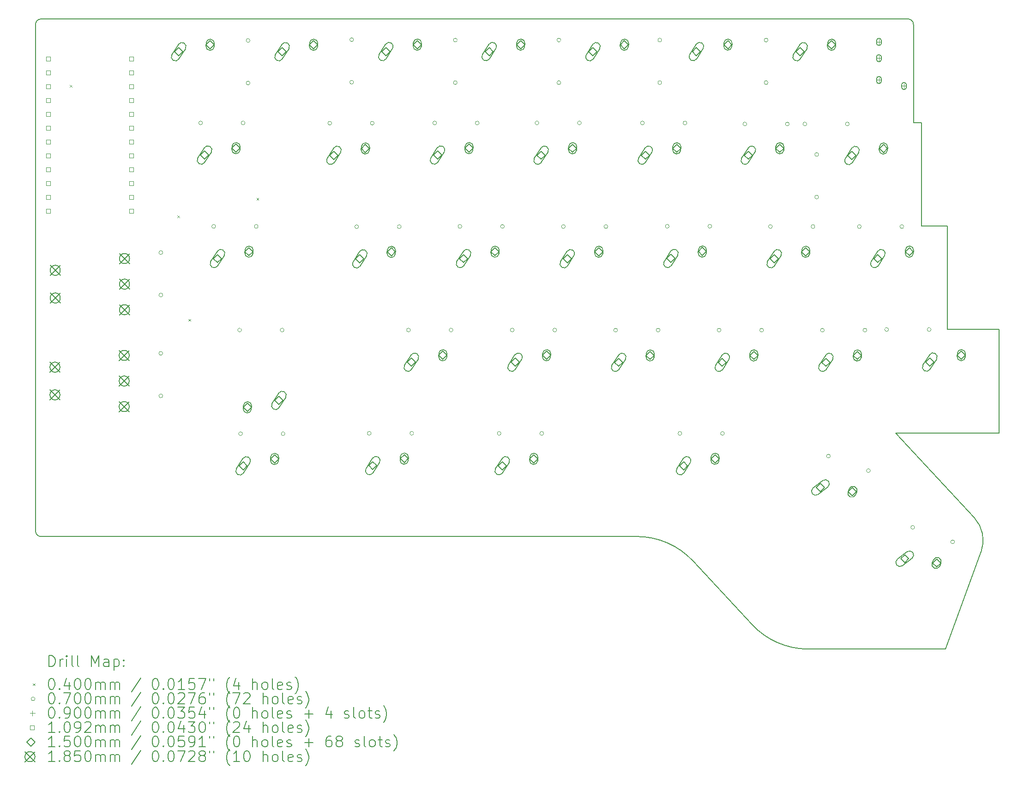
<source format=gbr>
%TF.GenerationSoftware,KiCad,Pcbnew,(6.0.10-0)*%
%TF.CreationDate,2022-12-24T00:39:55-08:00*%
%TF.ProjectId,left,6c656674-2e6b-4696-9361-645f70636258,rev?*%
%TF.SameCoordinates,Original*%
%TF.FileFunction,Drillmap*%
%TF.FilePolarity,Positive*%
%FSLAX45Y45*%
G04 Gerber Fmt 4.5, Leading zero omitted, Abs format (unit mm)*
G04 Created by KiCad (PCBNEW (6.0.10-0)) date 2022-12-24 00:39:55*
%MOMM*%
%LPD*%
G01*
G04 APERTURE LIST*
%ADD10C,0.200000*%
%ADD11C,0.040000*%
%ADD12C,0.070000*%
%ADD13C,0.090000*%
%ADD14C,0.109220*%
%ADD15C,0.150000*%
%ADD16C,0.185000*%
G04 APERTURE END LIST*
D10*
X3802474Y-2972176D02*
X5702474Y-2972176D01*
X21044240Y-12752829D02*
X20394374Y-14538276D01*
X3702474Y-12372176D02*
X3702474Y-3072176D01*
X5702474Y-12472176D02*
X3802474Y-12472176D01*
X19002474Y-2972176D02*
X19702474Y-2972176D01*
X20394374Y-14538276D02*
X17874474Y-14538246D01*
X14727474Y-12472206D02*
X5702474Y-12472176D01*
X16841396Y-14087562D02*
G75*
G03*
X17874474Y-14538246I1033074J958682D01*
G01*
X20427474Y-8672176D02*
X21374974Y-8672176D01*
X20427474Y-6772176D02*
X20427474Y-8672176D01*
X5702474Y-2972176D02*
X19002474Y-2972176D01*
X19952474Y-6772176D02*
X20427474Y-6772176D01*
X3802474Y-2972184D02*
G75*
G03*
X3702474Y-3072176I-4J-99996D01*
G01*
X21044243Y-12752830D02*
G75*
G03*
X20917668Y-12126812I-575473J209450D01*
G01*
X19802474Y-3072176D02*
G75*
G03*
X19702474Y-2972176I-100004J-4D01*
G01*
X19474974Y-10572176D02*
X20917668Y-12126812D01*
X15760555Y-12922898D02*
G75*
G03*
X14727474Y-12472206I-1033085J-958682D01*
G01*
X19802474Y-3072176D02*
X19802474Y-4872176D01*
X19952474Y-4872176D02*
X19952474Y-6772176D01*
X16841397Y-14087561D02*
X15760556Y-12922897D01*
X21374974Y-10572176D02*
X21374974Y-8672176D01*
X19802474Y-4872176D02*
X19952474Y-4872176D01*
X3702474Y-12372176D02*
G75*
G03*
X3802474Y-12472176I99996J-4D01*
G01*
X19474974Y-10572176D02*
X21374974Y-10572176D01*
D11*
X4330000Y-4180000D02*
X4370000Y-4220000D01*
X4370000Y-4180000D02*
X4330000Y-4220000D01*
X6305000Y-6580000D02*
X6345000Y-6620000D01*
X6345000Y-6580000D02*
X6305000Y-6620000D01*
X6505000Y-8480000D02*
X6545000Y-8520000D01*
X6545000Y-8480000D02*
X6505000Y-8520000D01*
X7755000Y-6255000D02*
X7795000Y-6295000D01*
X7795000Y-6255000D02*
X7755000Y-6295000D01*
D12*
X6035000Y-7260000D02*
G75*
G03*
X6035000Y-7260000I-35000J0D01*
G01*
X6035000Y-8040000D02*
G75*
G03*
X6035000Y-8040000I-35000J0D01*
G01*
X6035000Y-9110000D02*
G75*
G03*
X6035000Y-9110000I-35000J0D01*
G01*
X6035000Y-9890000D02*
G75*
G03*
X6035000Y-9890000I-35000J0D01*
G01*
X6765000Y-4880000D02*
G75*
G03*
X6765000Y-4880000I-35000J0D01*
G01*
X7005000Y-6780000D02*
G75*
G03*
X7005000Y-6780000I-35000J0D01*
G01*
X7480000Y-8682500D02*
G75*
G03*
X7480000Y-8682500I-35000J0D01*
G01*
X7497500Y-10585000D02*
G75*
G03*
X7497500Y-10585000I-35000J0D01*
G01*
X7545000Y-4880000D02*
G75*
G03*
X7545000Y-4880000I-35000J0D01*
G01*
X7635000Y-3367500D02*
G75*
G03*
X7635000Y-3367500I-35000J0D01*
G01*
X7635000Y-4147500D02*
G75*
G03*
X7635000Y-4147500I-35000J0D01*
G01*
X7785000Y-6780000D02*
G75*
G03*
X7785000Y-6780000I-35000J0D01*
G01*
X8260000Y-8682500D02*
G75*
G03*
X8260000Y-8682500I-35000J0D01*
G01*
X8277500Y-10585000D02*
G75*
G03*
X8277500Y-10585000I-35000J0D01*
G01*
X9132500Y-4885000D02*
G75*
G03*
X9132500Y-4885000I-35000J0D01*
G01*
X9535000Y-3352500D02*
G75*
G03*
X9535000Y-3352500I-35000J0D01*
G01*
X9535000Y-4132500D02*
G75*
G03*
X9535000Y-4132500I-35000J0D01*
G01*
X9627500Y-6785000D02*
G75*
G03*
X9627500Y-6785000I-35000J0D01*
G01*
X9857500Y-10577500D02*
G75*
G03*
X9857500Y-10577500I-35000J0D01*
G01*
X9912500Y-4885000D02*
G75*
G03*
X9912500Y-4885000I-35000J0D01*
G01*
X10407500Y-6785000D02*
G75*
G03*
X10407500Y-6785000I-35000J0D01*
G01*
X10577500Y-8682500D02*
G75*
G03*
X10577500Y-8682500I-35000J0D01*
G01*
X10637500Y-10577500D02*
G75*
G03*
X10637500Y-10577500I-35000J0D01*
G01*
X11057500Y-4882500D02*
G75*
G03*
X11057500Y-4882500I-35000J0D01*
G01*
X11357500Y-8682500D02*
G75*
G03*
X11357500Y-8682500I-35000J0D01*
G01*
X11435000Y-3360000D02*
G75*
G03*
X11435000Y-3360000I-35000J0D01*
G01*
X11435000Y-4140000D02*
G75*
G03*
X11435000Y-4140000I-35000J0D01*
G01*
X11520000Y-6780000D02*
G75*
G03*
X11520000Y-6780000I-35000J0D01*
G01*
X11837500Y-4882500D02*
G75*
G03*
X11837500Y-4882500I-35000J0D01*
G01*
X12240000Y-10580000D02*
G75*
G03*
X12240000Y-10580000I-35000J0D01*
G01*
X12300000Y-6780000D02*
G75*
G03*
X12300000Y-6780000I-35000J0D01*
G01*
X12480000Y-8682500D02*
G75*
G03*
X12480000Y-8682500I-35000J0D01*
G01*
X12932500Y-4880000D02*
G75*
G03*
X12932500Y-4880000I-35000J0D01*
G01*
X13020000Y-10580000D02*
G75*
G03*
X13020000Y-10580000I-35000J0D01*
G01*
X13260000Y-8682500D02*
G75*
G03*
X13260000Y-8682500I-35000J0D01*
G01*
X13335000Y-3360000D02*
G75*
G03*
X13335000Y-3360000I-35000J0D01*
G01*
X13335000Y-4140000D02*
G75*
G03*
X13335000Y-4140000I-35000J0D01*
G01*
X13417500Y-6782500D02*
G75*
G03*
X13417500Y-6782500I-35000J0D01*
G01*
X13712500Y-4880000D02*
G75*
G03*
X13712500Y-4880000I-35000J0D01*
G01*
X14197500Y-6782500D02*
G75*
G03*
X14197500Y-6782500I-35000J0D01*
G01*
X14375000Y-8685000D02*
G75*
G03*
X14375000Y-8685000I-35000J0D01*
G01*
X14867500Y-4882500D02*
G75*
G03*
X14867500Y-4882500I-35000J0D01*
G01*
X15155000Y-8685000D02*
G75*
G03*
X15155000Y-8685000I-35000J0D01*
G01*
X15185000Y-3360000D02*
G75*
G03*
X15185000Y-3360000I-35000J0D01*
G01*
X15185000Y-4140000D02*
G75*
G03*
X15185000Y-4140000I-35000J0D01*
G01*
X15322500Y-6777500D02*
G75*
G03*
X15322500Y-6777500I-35000J0D01*
G01*
X15555000Y-10580000D02*
G75*
G03*
X15555000Y-10580000I-35000J0D01*
G01*
X15647500Y-4882500D02*
G75*
G03*
X15647500Y-4882500I-35000J0D01*
G01*
X16102500Y-6777500D02*
G75*
G03*
X16102500Y-6777500I-35000J0D01*
G01*
X16272500Y-8685000D02*
G75*
G03*
X16272500Y-8685000I-35000J0D01*
G01*
X16335000Y-10580000D02*
G75*
G03*
X16335000Y-10580000I-35000J0D01*
G01*
X16745000Y-4900000D02*
G75*
G03*
X16745000Y-4900000I-35000J0D01*
G01*
X17052500Y-8685000D02*
G75*
G03*
X17052500Y-8685000I-35000J0D01*
G01*
X17135000Y-3360000D02*
G75*
G03*
X17135000Y-3360000I-35000J0D01*
G01*
X17135000Y-4140000D02*
G75*
G03*
X17135000Y-4140000I-35000J0D01*
G01*
X17215000Y-6782500D02*
G75*
G03*
X17215000Y-6782500I-35000J0D01*
G01*
X17525000Y-4900000D02*
G75*
G03*
X17525000Y-4900000I-35000J0D01*
G01*
X17845000Y-4900000D02*
G75*
G03*
X17845000Y-4900000I-35000J0D01*
G01*
X17995000Y-6782500D02*
G75*
G03*
X17995000Y-6782500I-35000J0D01*
G01*
X18063000Y-5460000D02*
G75*
G03*
X18063000Y-5460000I-35000J0D01*
G01*
X18063000Y-6240000D02*
G75*
G03*
X18063000Y-6240000I-35000J0D01*
G01*
X18167500Y-8685000D02*
G75*
G03*
X18167500Y-8685000I-35000J0D01*
G01*
X18278520Y-10996612D02*
G75*
G03*
X18278520Y-10996612I-35000J0D01*
G01*
X18625000Y-4900000D02*
G75*
G03*
X18625000Y-4900000I-35000J0D01*
G01*
X18845000Y-6782500D02*
G75*
G03*
X18845000Y-6782500I-35000J0D01*
G01*
X18947500Y-8685000D02*
G75*
G03*
X18947500Y-8685000I-35000J0D01*
G01*
X19011480Y-11263388D02*
G75*
G03*
X19011480Y-11263388I-35000J0D01*
G01*
X19345000Y-8672500D02*
G75*
G03*
X19345000Y-8672500I-35000J0D01*
G01*
X19625000Y-6782500D02*
G75*
G03*
X19625000Y-6782500I-35000J0D01*
G01*
X19823520Y-12304112D02*
G75*
G03*
X19823520Y-12304112I-35000J0D01*
G01*
X20125000Y-8672500D02*
G75*
G03*
X20125000Y-8672500I-35000J0D01*
G01*
X20556480Y-12570888D02*
G75*
G03*
X20556480Y-12570888I-35000J0D01*
G01*
D13*
X19170000Y-3347750D02*
X19170000Y-3437750D01*
X19125000Y-3392750D02*
X19215000Y-3392750D01*
D10*
X19215000Y-3412750D02*
X19215000Y-3372750D01*
X19125000Y-3412750D02*
X19125000Y-3372750D01*
X19215000Y-3372750D02*
G75*
G03*
X19125000Y-3372750I-45000J0D01*
G01*
X19125000Y-3412750D02*
G75*
G03*
X19215000Y-3412750I45000J0D01*
G01*
D13*
X19170000Y-3647750D02*
X19170000Y-3737750D01*
X19125000Y-3692750D02*
X19215000Y-3692750D01*
D10*
X19215000Y-3712750D02*
X19215000Y-3672750D01*
X19125000Y-3712750D02*
X19125000Y-3672750D01*
X19215000Y-3672750D02*
G75*
G03*
X19125000Y-3672750I-45000J0D01*
G01*
X19125000Y-3712750D02*
G75*
G03*
X19215000Y-3712750I45000J0D01*
G01*
D13*
X19170000Y-4047750D02*
X19170000Y-4137750D01*
X19125000Y-4092750D02*
X19215000Y-4092750D01*
D10*
X19215000Y-4112750D02*
X19215000Y-4072750D01*
X19125000Y-4112750D02*
X19125000Y-4072750D01*
X19215000Y-4072750D02*
G75*
G03*
X19125000Y-4072750I-45000J0D01*
G01*
X19125000Y-4112750D02*
G75*
G03*
X19215000Y-4112750I45000J0D01*
G01*
D13*
X19630000Y-4157750D02*
X19630000Y-4247750D01*
X19585000Y-4202750D02*
X19675000Y-4202750D01*
D10*
X19675000Y-4222750D02*
X19675000Y-4182750D01*
X19585000Y-4222750D02*
X19585000Y-4182750D01*
X19675000Y-4182750D02*
G75*
G03*
X19585000Y-4182750I-45000J0D01*
G01*
X19585000Y-4222750D02*
G75*
G03*
X19675000Y-4222750I45000J0D01*
G01*
D14*
X3976615Y-3740290D02*
X3976615Y-3663059D01*
X3899384Y-3663059D01*
X3899384Y-3740290D01*
X3976615Y-3740290D01*
X3976615Y-3994290D02*
X3976615Y-3917059D01*
X3899384Y-3917059D01*
X3899384Y-3994290D01*
X3976615Y-3994290D01*
X3976615Y-4248291D02*
X3976615Y-4171059D01*
X3899384Y-4171059D01*
X3899384Y-4248291D01*
X3976615Y-4248291D01*
X3976615Y-4502291D02*
X3976615Y-4425060D01*
X3899384Y-4425060D01*
X3899384Y-4502291D01*
X3976615Y-4502291D01*
X3976615Y-4756291D02*
X3976615Y-4679060D01*
X3899384Y-4679060D01*
X3899384Y-4756291D01*
X3976615Y-4756291D01*
X3976615Y-5010291D02*
X3976615Y-4933060D01*
X3899384Y-4933060D01*
X3899384Y-5010291D01*
X3976615Y-5010291D01*
X3976615Y-5264291D02*
X3976615Y-5187060D01*
X3899384Y-5187060D01*
X3899384Y-5264291D01*
X3976615Y-5264291D01*
X3976615Y-5518291D02*
X3976615Y-5441060D01*
X3899384Y-5441060D01*
X3899384Y-5518291D01*
X3976615Y-5518291D01*
X3976615Y-5772290D02*
X3976615Y-5695059D01*
X3899384Y-5695059D01*
X3899384Y-5772290D01*
X3976615Y-5772290D01*
X3976615Y-6026290D02*
X3976615Y-5949059D01*
X3899384Y-5949059D01*
X3899384Y-6026290D01*
X3976615Y-6026290D01*
X3976615Y-6280290D02*
X3976615Y-6203059D01*
X3899384Y-6203059D01*
X3899384Y-6280290D01*
X3976615Y-6280290D01*
X3976615Y-6534290D02*
X3976615Y-6457059D01*
X3899384Y-6457059D01*
X3899384Y-6534290D01*
X3976615Y-6534290D01*
X5500616Y-3740290D02*
X5500616Y-3663059D01*
X5423385Y-3663059D01*
X5423385Y-3740290D01*
X5500616Y-3740290D01*
X5500616Y-3994290D02*
X5500616Y-3917059D01*
X5423385Y-3917059D01*
X5423385Y-3994290D01*
X5500616Y-3994290D01*
X5500616Y-4248291D02*
X5500616Y-4171059D01*
X5423385Y-4171059D01*
X5423385Y-4248291D01*
X5500616Y-4248291D01*
X5500616Y-4502291D02*
X5500616Y-4425060D01*
X5423385Y-4425060D01*
X5423385Y-4502291D01*
X5500616Y-4502291D01*
X5500616Y-4756291D02*
X5500616Y-4679060D01*
X5423385Y-4679060D01*
X5423385Y-4756291D01*
X5500616Y-4756291D01*
X5500616Y-5010291D02*
X5500616Y-4933060D01*
X5423385Y-4933060D01*
X5423385Y-5010291D01*
X5500616Y-5010291D01*
X5500616Y-5264291D02*
X5500616Y-5187060D01*
X5423385Y-5187060D01*
X5423385Y-5264291D01*
X5500616Y-5264291D01*
X5500616Y-5518291D02*
X5500616Y-5441060D01*
X5423385Y-5441060D01*
X5423385Y-5518291D01*
X5500616Y-5518291D01*
X5500616Y-5772290D02*
X5500616Y-5695059D01*
X5423385Y-5695059D01*
X5423385Y-5772290D01*
X5500616Y-5772290D01*
X5500616Y-6026290D02*
X5500616Y-5949059D01*
X5423385Y-5949059D01*
X5423385Y-6026290D01*
X5500616Y-6026290D01*
X5500616Y-6280290D02*
X5500616Y-6203059D01*
X5423385Y-6203059D01*
X5423385Y-6280290D01*
X5500616Y-6280290D01*
X5500616Y-6534290D02*
X5500616Y-6457059D01*
X5423385Y-6457059D01*
X5423385Y-6534290D01*
X5500616Y-6534290D01*
D15*
X6327000Y-3648000D02*
X6402000Y-3573000D01*
X6327000Y-3498000D01*
X6252000Y-3573000D01*
X6327000Y-3648000D01*
D10*
X6324192Y-3437821D02*
X6203299Y-3627584D01*
X6450701Y-3518416D02*
X6329808Y-3708179D01*
X6203299Y-3627584D02*
G75*
G03*
X6329808Y-3708179I63254J-40298D01*
G01*
X6450701Y-3518416D02*
G75*
G03*
X6324192Y-3437821I-63254J40298D01*
G01*
D15*
X6802000Y-5545500D02*
X6877000Y-5470500D01*
X6802000Y-5395500D01*
X6727000Y-5470500D01*
X6802000Y-5545500D01*
D10*
X6799192Y-5335321D02*
X6678299Y-5525084D01*
X6925701Y-5415916D02*
X6804808Y-5605679D01*
X6678299Y-5525084D02*
G75*
G03*
X6804808Y-5605679I63254J-40298D01*
G01*
X6925701Y-5415916D02*
G75*
G03*
X6799192Y-5335321I-63254J40298D01*
G01*
D15*
X6904500Y-3521000D02*
X6979500Y-3446000D01*
X6904500Y-3371000D01*
X6829500Y-3446000D01*
X6904500Y-3521000D01*
D10*
X6831646Y-3411966D02*
X6827701Y-3469832D01*
X6981299Y-3422168D02*
X6977354Y-3480034D01*
X6827701Y-3469832D02*
G75*
G03*
X6977354Y-3480034I74826J-5101D01*
G01*
X6981299Y-3422168D02*
G75*
G03*
X6831646Y-3411966I-74826J5101D01*
G01*
D15*
X7039500Y-7445500D02*
X7114500Y-7370500D01*
X7039500Y-7295500D01*
X6964500Y-7370500D01*
X7039500Y-7445500D01*
D10*
X7036692Y-7235321D02*
X6915799Y-7425084D01*
X7163201Y-7315916D02*
X7042308Y-7505679D01*
X6915799Y-7425084D02*
G75*
G03*
X7042308Y-7505679I63254J-40298D01*
G01*
X7163201Y-7315916D02*
G75*
G03*
X7036692Y-7235321I-63254J40298D01*
G01*
D15*
X7379500Y-5418500D02*
X7454500Y-5343500D01*
X7379500Y-5268500D01*
X7304500Y-5343500D01*
X7379500Y-5418500D01*
D10*
X7306646Y-5309466D02*
X7302701Y-5367332D01*
X7456299Y-5319668D02*
X7452354Y-5377534D01*
X7302701Y-5367332D02*
G75*
G03*
X7452354Y-5377534I74826J-5101D01*
G01*
X7456299Y-5319668D02*
G75*
G03*
X7306646Y-5309466I-74826J5101D01*
G01*
D15*
X7509500Y-11250500D02*
X7584500Y-11175500D01*
X7509500Y-11100500D01*
X7434500Y-11175500D01*
X7509500Y-11250500D01*
D10*
X7506692Y-11040321D02*
X7385799Y-11230084D01*
X7633201Y-11120916D02*
X7512308Y-11310679D01*
X7385799Y-11230084D02*
G75*
G03*
X7512308Y-11310679I63254J-40298D01*
G01*
X7633201Y-11120916D02*
G75*
G03*
X7506692Y-11040321I-63254J40298D01*
G01*
D15*
X7588000Y-10176500D02*
X7663000Y-10101500D01*
X7588000Y-10026500D01*
X7513000Y-10101500D01*
X7588000Y-10176500D01*
D10*
X7660854Y-10135534D02*
X7664799Y-10077668D01*
X7511201Y-10125332D02*
X7515146Y-10067466D01*
X7664799Y-10077668D02*
G75*
G03*
X7515146Y-10067466I-74826J5101D01*
G01*
X7511201Y-10125332D02*
G75*
G03*
X7660854Y-10135534I74826J-5101D01*
G01*
D15*
X7617000Y-7318500D02*
X7692000Y-7243500D01*
X7617000Y-7168500D01*
X7542000Y-7243500D01*
X7617000Y-7318500D01*
D10*
X7544146Y-7209466D02*
X7540201Y-7267332D01*
X7693799Y-7219668D02*
X7689854Y-7277534D01*
X7540201Y-7267332D02*
G75*
G03*
X7689854Y-7277534I74826J-5101D01*
G01*
X7693799Y-7219668D02*
G75*
G03*
X7544146Y-7209466I-74826J5101D01*
G01*
D15*
X8087000Y-11123500D02*
X8162000Y-11048500D01*
X8087000Y-10973500D01*
X8012000Y-11048500D01*
X8087000Y-11123500D01*
D10*
X8014146Y-11014466D02*
X8010201Y-11072332D01*
X8163799Y-11024668D02*
X8159854Y-11082534D01*
X8010201Y-11072332D02*
G75*
G03*
X8159854Y-11082534I74826J-5101D01*
G01*
X8163799Y-11024668D02*
G75*
G03*
X8014146Y-11014466I-74826J5101D01*
G01*
D15*
X8165500Y-10049500D02*
X8240500Y-9974500D01*
X8165500Y-9899500D01*
X8090500Y-9974500D01*
X8165500Y-10049500D01*
D10*
X8168308Y-10109679D02*
X8289201Y-9919916D01*
X8041799Y-10029084D02*
X8162692Y-9839321D01*
X8289201Y-9919916D02*
G75*
G03*
X8162692Y-9839321I-63254J40298D01*
G01*
X8041799Y-10029084D02*
G75*
G03*
X8168308Y-10109679I63254J-40298D01*
G01*
D15*
X8224500Y-3648000D02*
X8299500Y-3573000D01*
X8224500Y-3498000D01*
X8149500Y-3573000D01*
X8224500Y-3648000D01*
D10*
X8221692Y-3437821D02*
X8100799Y-3627584D01*
X8348201Y-3518416D02*
X8227308Y-3708179D01*
X8100799Y-3627584D02*
G75*
G03*
X8227308Y-3708179I63254J-40298D01*
G01*
X8348201Y-3518416D02*
G75*
G03*
X8221692Y-3437821I-63254J40298D01*
G01*
D15*
X8802000Y-3521000D02*
X8877000Y-3446000D01*
X8802000Y-3371000D01*
X8727000Y-3446000D01*
X8802000Y-3521000D01*
D10*
X8729146Y-3411966D02*
X8725201Y-3469832D01*
X8878799Y-3422168D02*
X8874854Y-3480034D01*
X8725201Y-3469832D02*
G75*
G03*
X8874854Y-3480034I74826J-5101D01*
G01*
X8878799Y-3422168D02*
G75*
G03*
X8729146Y-3411966I-74826J5101D01*
G01*
D15*
X9174500Y-5550500D02*
X9249500Y-5475500D01*
X9174500Y-5400500D01*
X9099500Y-5475500D01*
X9174500Y-5550500D01*
D10*
X9171692Y-5340321D02*
X9050799Y-5530084D01*
X9298201Y-5420916D02*
X9177308Y-5610679D01*
X9050799Y-5530084D02*
G75*
G03*
X9177308Y-5610679I63254J-40298D01*
G01*
X9298201Y-5420916D02*
G75*
G03*
X9171692Y-5340321I-63254J40298D01*
G01*
D15*
X9649500Y-7450500D02*
X9724500Y-7375500D01*
X9649500Y-7300500D01*
X9574500Y-7375500D01*
X9649500Y-7450500D01*
D10*
X9646692Y-7240321D02*
X9525799Y-7430084D01*
X9773201Y-7320916D02*
X9652308Y-7510679D01*
X9525799Y-7430084D02*
G75*
G03*
X9652308Y-7510679I63254J-40298D01*
G01*
X9773201Y-7320916D02*
G75*
G03*
X9646692Y-7240321I-63254J40298D01*
G01*
D15*
X9752000Y-5423500D02*
X9827000Y-5348500D01*
X9752000Y-5273500D01*
X9677000Y-5348500D01*
X9752000Y-5423500D01*
D10*
X9679146Y-5314466D02*
X9675201Y-5372332D01*
X9828799Y-5324668D02*
X9824854Y-5382534D01*
X9675201Y-5372332D02*
G75*
G03*
X9824854Y-5382534I74826J-5101D01*
G01*
X9828799Y-5324668D02*
G75*
G03*
X9679146Y-5314466I-74826J5101D01*
G01*
D15*
X9887000Y-11245500D02*
X9962000Y-11170500D01*
X9887000Y-11095500D01*
X9812000Y-11170500D01*
X9887000Y-11245500D01*
D10*
X9884192Y-11035321D02*
X9763299Y-11225084D01*
X10010701Y-11115916D02*
X9889808Y-11305679D01*
X9763299Y-11225084D02*
G75*
G03*
X9889808Y-11305679I63254J-40298D01*
G01*
X10010701Y-11115916D02*
G75*
G03*
X9884192Y-11035321I-63254J40298D01*
G01*
D15*
X10127000Y-3645500D02*
X10202000Y-3570500D01*
X10127000Y-3495500D01*
X10052000Y-3570500D01*
X10127000Y-3645500D01*
D10*
X10124192Y-3435321D02*
X10003299Y-3625084D01*
X10250701Y-3515916D02*
X10129808Y-3705679D01*
X10003299Y-3625084D02*
G75*
G03*
X10129808Y-3705679I63254J-40298D01*
G01*
X10250701Y-3515916D02*
G75*
G03*
X10124192Y-3435321I-63254J40298D01*
G01*
D15*
X10227000Y-7323500D02*
X10302000Y-7248500D01*
X10227000Y-7173500D01*
X10152000Y-7248500D01*
X10227000Y-7323500D01*
D10*
X10154146Y-7214466D02*
X10150201Y-7272332D01*
X10303799Y-7224668D02*
X10299854Y-7282534D01*
X10150201Y-7272332D02*
G75*
G03*
X10299854Y-7282534I74826J-5101D01*
G01*
X10303799Y-7224668D02*
G75*
G03*
X10154146Y-7214466I-74826J5101D01*
G01*
D15*
X10464500Y-11118500D02*
X10539500Y-11043500D01*
X10464500Y-10968500D01*
X10389500Y-11043500D01*
X10464500Y-11118500D01*
D10*
X10391646Y-11009466D02*
X10387701Y-11067332D01*
X10541299Y-11019668D02*
X10537354Y-11077534D01*
X10387701Y-11067332D02*
G75*
G03*
X10537354Y-11077534I74826J-5101D01*
G01*
X10541299Y-11019668D02*
G75*
G03*
X10391646Y-11009466I-74826J5101D01*
G01*
D15*
X10594500Y-9348000D02*
X10669500Y-9273000D01*
X10594500Y-9198000D01*
X10519500Y-9273000D01*
X10594500Y-9348000D01*
D10*
X10591692Y-9137821D02*
X10470799Y-9327584D01*
X10718201Y-9218416D02*
X10597308Y-9408179D01*
X10470799Y-9327584D02*
G75*
G03*
X10597308Y-9408179I63254J-40298D01*
G01*
X10718201Y-9218416D02*
G75*
G03*
X10591692Y-9137821I-63254J40298D01*
G01*
D15*
X10704500Y-3518500D02*
X10779500Y-3443500D01*
X10704500Y-3368500D01*
X10629500Y-3443500D01*
X10704500Y-3518500D01*
D10*
X10631646Y-3409466D02*
X10627701Y-3467332D01*
X10781299Y-3419668D02*
X10777354Y-3477534D01*
X10627701Y-3467332D02*
G75*
G03*
X10777354Y-3477534I74826J-5101D01*
G01*
X10781299Y-3419668D02*
G75*
G03*
X10631646Y-3409466I-74826J5101D01*
G01*
D15*
X11074500Y-5545500D02*
X11149500Y-5470500D01*
X11074500Y-5395500D01*
X10999500Y-5470500D01*
X11074500Y-5545500D01*
D10*
X11071692Y-5335321D02*
X10950799Y-5525084D01*
X11198201Y-5415916D02*
X11077308Y-5605679D01*
X10950799Y-5525084D02*
G75*
G03*
X11077308Y-5605679I63254J-40298D01*
G01*
X11198201Y-5415916D02*
G75*
G03*
X11071692Y-5335321I-63254J40298D01*
G01*
D15*
X11172000Y-9221000D02*
X11247000Y-9146000D01*
X11172000Y-9071000D01*
X11097000Y-9146000D01*
X11172000Y-9221000D01*
D10*
X11099146Y-9111966D02*
X11095201Y-9169832D01*
X11248799Y-9122168D02*
X11244854Y-9180034D01*
X11095201Y-9169832D02*
G75*
G03*
X11244854Y-9180034I74826J-5101D01*
G01*
X11248799Y-9122168D02*
G75*
G03*
X11099146Y-9111966I-74826J5101D01*
G01*
D15*
X11552000Y-7445500D02*
X11627000Y-7370500D01*
X11552000Y-7295500D01*
X11477000Y-7370500D01*
X11552000Y-7445500D01*
D10*
X11549192Y-7235321D02*
X11428299Y-7425084D01*
X11675701Y-7315916D02*
X11554808Y-7505679D01*
X11428299Y-7425084D02*
G75*
G03*
X11554808Y-7505679I63254J-40298D01*
G01*
X11675701Y-7315916D02*
G75*
G03*
X11549192Y-7235321I-63254J40298D01*
G01*
D15*
X11652000Y-5418500D02*
X11727000Y-5343500D01*
X11652000Y-5268500D01*
X11577000Y-5343500D01*
X11652000Y-5418500D01*
D10*
X11579146Y-5309466D02*
X11575201Y-5367332D01*
X11728799Y-5319668D02*
X11724854Y-5377534D01*
X11575201Y-5367332D02*
G75*
G03*
X11724854Y-5377534I74826J-5101D01*
G01*
X11728799Y-5319668D02*
G75*
G03*
X11579146Y-5309466I-74826J5101D01*
G01*
D15*
X12022000Y-3645500D02*
X12097000Y-3570500D01*
X12022000Y-3495500D01*
X11947000Y-3570500D01*
X12022000Y-3645500D01*
D10*
X12019192Y-3435321D02*
X11898299Y-3625084D01*
X12145701Y-3515916D02*
X12024808Y-3705679D01*
X11898299Y-3625084D02*
G75*
G03*
X12024808Y-3705679I63254J-40298D01*
G01*
X12145701Y-3515916D02*
G75*
G03*
X12019192Y-3435321I-63254J40298D01*
G01*
D15*
X12129500Y-7318500D02*
X12204500Y-7243500D01*
X12129500Y-7168500D01*
X12054500Y-7243500D01*
X12129500Y-7318500D01*
D10*
X12056646Y-7209466D02*
X12052701Y-7267332D01*
X12206299Y-7219668D02*
X12202354Y-7277534D01*
X12052701Y-7267332D02*
G75*
G03*
X12202354Y-7277534I74826J-5101D01*
G01*
X12206299Y-7219668D02*
G75*
G03*
X12056646Y-7209466I-74826J5101D01*
G01*
D15*
X12262000Y-11248000D02*
X12337000Y-11173000D01*
X12262000Y-11098000D01*
X12187000Y-11173000D01*
X12262000Y-11248000D01*
D10*
X12259192Y-11037821D02*
X12138299Y-11227584D01*
X12385701Y-11118416D02*
X12264808Y-11308179D01*
X12138299Y-11227584D02*
G75*
G03*
X12264808Y-11308179I63254J-40298D01*
G01*
X12385701Y-11118416D02*
G75*
G03*
X12259192Y-11037821I-63254J40298D01*
G01*
D15*
X12497000Y-9348000D02*
X12572000Y-9273000D01*
X12497000Y-9198000D01*
X12422000Y-9273000D01*
X12497000Y-9348000D01*
D10*
X12494192Y-9137821D02*
X12373299Y-9327584D01*
X12620701Y-9218416D02*
X12499808Y-9408179D01*
X12373299Y-9327584D02*
G75*
G03*
X12499808Y-9408179I63254J-40298D01*
G01*
X12620701Y-9218416D02*
G75*
G03*
X12494192Y-9137821I-63254J40298D01*
G01*
D15*
X12599500Y-3518500D02*
X12674500Y-3443500D01*
X12599500Y-3368500D01*
X12524500Y-3443500D01*
X12599500Y-3518500D01*
D10*
X12526646Y-3409466D02*
X12522701Y-3467332D01*
X12676299Y-3419668D02*
X12672354Y-3477534D01*
X12522701Y-3467332D02*
G75*
G03*
X12672354Y-3477534I74826J-5101D01*
G01*
X12676299Y-3419668D02*
G75*
G03*
X12526646Y-3409466I-74826J5101D01*
G01*
D15*
X12839500Y-11121000D02*
X12914500Y-11046000D01*
X12839500Y-10971000D01*
X12764500Y-11046000D01*
X12839500Y-11121000D01*
D10*
X12766646Y-11011966D02*
X12762701Y-11069832D01*
X12916299Y-11022168D02*
X12912354Y-11080034D01*
X12762701Y-11069832D02*
G75*
G03*
X12912354Y-11080034I74826J-5101D01*
G01*
X12916299Y-11022168D02*
G75*
G03*
X12766646Y-11011966I-74826J5101D01*
G01*
D15*
X12974500Y-5548000D02*
X13049500Y-5473000D01*
X12974500Y-5398000D01*
X12899500Y-5473000D01*
X12974500Y-5548000D01*
D10*
X12971692Y-5337821D02*
X12850799Y-5527584D01*
X13098201Y-5418416D02*
X12977308Y-5608179D01*
X12850799Y-5527584D02*
G75*
G03*
X12977308Y-5608179I63254J-40298D01*
G01*
X13098201Y-5418416D02*
G75*
G03*
X12971692Y-5337821I-63254J40298D01*
G01*
D15*
X13074500Y-9221000D02*
X13149500Y-9146000D01*
X13074500Y-9071000D01*
X12999500Y-9146000D01*
X13074500Y-9221000D01*
D10*
X13001646Y-9111966D02*
X12997701Y-9169832D01*
X13151299Y-9122168D02*
X13147354Y-9180034D01*
X12997701Y-9169832D02*
G75*
G03*
X13147354Y-9180034I74826J-5101D01*
G01*
X13151299Y-9122168D02*
G75*
G03*
X13001646Y-9111966I-74826J5101D01*
G01*
D15*
X13454500Y-7448000D02*
X13529500Y-7373000D01*
X13454500Y-7298000D01*
X13379500Y-7373000D01*
X13454500Y-7448000D01*
D10*
X13451692Y-7237821D02*
X13330799Y-7427584D01*
X13578201Y-7318416D02*
X13457308Y-7508179D01*
X13330799Y-7427584D02*
G75*
G03*
X13457308Y-7508179I63254J-40298D01*
G01*
X13578201Y-7318416D02*
G75*
G03*
X13451692Y-7237821I-63254J40298D01*
G01*
D15*
X13552000Y-5421000D02*
X13627000Y-5346000D01*
X13552000Y-5271000D01*
X13477000Y-5346000D01*
X13552000Y-5421000D01*
D10*
X13479146Y-5311966D02*
X13475201Y-5369832D01*
X13628799Y-5322168D02*
X13624854Y-5380034D01*
X13475201Y-5369832D02*
G75*
G03*
X13624854Y-5380034I74826J-5101D01*
G01*
X13628799Y-5322168D02*
G75*
G03*
X13479146Y-5311966I-74826J5101D01*
G01*
D15*
X13924500Y-3648000D02*
X13999500Y-3573000D01*
X13924500Y-3498000D01*
X13849500Y-3573000D01*
X13924500Y-3648000D01*
D10*
X13921692Y-3437821D02*
X13800799Y-3627584D01*
X14048201Y-3518416D02*
X13927308Y-3708179D01*
X13800799Y-3627584D02*
G75*
G03*
X13927308Y-3708179I63254J-40298D01*
G01*
X14048201Y-3518416D02*
G75*
G03*
X13921692Y-3437821I-63254J40298D01*
G01*
D15*
X14032000Y-7321000D02*
X14107000Y-7246000D01*
X14032000Y-7171000D01*
X13957000Y-7246000D01*
X14032000Y-7321000D01*
D10*
X13959146Y-7211966D02*
X13955201Y-7269832D01*
X14108799Y-7222168D02*
X14104854Y-7280034D01*
X13955201Y-7269832D02*
G75*
G03*
X14104854Y-7280034I74826J-5101D01*
G01*
X14108799Y-7222168D02*
G75*
G03*
X13959146Y-7211966I-74826J5101D01*
G01*
D15*
X14397000Y-9350500D02*
X14472000Y-9275500D01*
X14397000Y-9200500D01*
X14322000Y-9275500D01*
X14397000Y-9350500D01*
D10*
X14394192Y-9140321D02*
X14273299Y-9330084D01*
X14520701Y-9220916D02*
X14399808Y-9410679D01*
X14273299Y-9330084D02*
G75*
G03*
X14399808Y-9410679I63254J-40298D01*
G01*
X14520701Y-9220916D02*
G75*
G03*
X14394192Y-9140321I-63254J40298D01*
G01*
D15*
X14502000Y-3521000D02*
X14577000Y-3446000D01*
X14502000Y-3371000D01*
X14427000Y-3446000D01*
X14502000Y-3521000D01*
D10*
X14429146Y-3411966D02*
X14425201Y-3469832D01*
X14578799Y-3422168D02*
X14574854Y-3480034D01*
X14425201Y-3469832D02*
G75*
G03*
X14574854Y-3480034I74826J-5101D01*
G01*
X14578799Y-3422168D02*
G75*
G03*
X14429146Y-3411966I-74826J5101D01*
G01*
D15*
X14884500Y-5548000D02*
X14959500Y-5473000D01*
X14884500Y-5398000D01*
X14809500Y-5473000D01*
X14884500Y-5548000D01*
D10*
X14881692Y-5337821D02*
X14760799Y-5527584D01*
X15008201Y-5418416D02*
X14887308Y-5608179D01*
X14760799Y-5527584D02*
G75*
G03*
X14887308Y-5608179I63254J-40298D01*
G01*
X15008201Y-5418416D02*
G75*
G03*
X14881692Y-5337821I-63254J40298D01*
G01*
D15*
X14974500Y-9223500D02*
X15049500Y-9148500D01*
X14974500Y-9073500D01*
X14899500Y-9148500D01*
X14974500Y-9223500D01*
D10*
X14901646Y-9114466D02*
X14897701Y-9172332D01*
X15051299Y-9124668D02*
X15047354Y-9182534D01*
X14897701Y-9172332D02*
G75*
G03*
X15047354Y-9182534I74826J-5101D01*
G01*
X15051299Y-9124668D02*
G75*
G03*
X14901646Y-9114466I-74826J5101D01*
G01*
D15*
X15354500Y-7443000D02*
X15429500Y-7368000D01*
X15354500Y-7293000D01*
X15279500Y-7368000D01*
X15354500Y-7443000D01*
D10*
X15351692Y-7232821D02*
X15230799Y-7422584D01*
X15478201Y-7313416D02*
X15357308Y-7503179D01*
X15230799Y-7422584D02*
G75*
G03*
X15357308Y-7503179I63254J-40298D01*
G01*
X15478201Y-7313416D02*
G75*
G03*
X15351692Y-7232821I-63254J40298D01*
G01*
D15*
X15462000Y-5421000D02*
X15537000Y-5346000D01*
X15462000Y-5271000D01*
X15387000Y-5346000D01*
X15462000Y-5421000D01*
D10*
X15389146Y-5311966D02*
X15385201Y-5369832D01*
X15538799Y-5322168D02*
X15534854Y-5380034D01*
X15385201Y-5369832D02*
G75*
G03*
X15534854Y-5380034I74826J-5101D01*
G01*
X15538799Y-5322168D02*
G75*
G03*
X15389146Y-5311966I-74826J5101D01*
G01*
D15*
X15587000Y-11248000D02*
X15662000Y-11173000D01*
X15587000Y-11098000D01*
X15512000Y-11173000D01*
X15587000Y-11248000D01*
D10*
X15584192Y-11037821D02*
X15463299Y-11227584D01*
X15710701Y-11118416D02*
X15589808Y-11308179D01*
X15463299Y-11227584D02*
G75*
G03*
X15589808Y-11308179I63254J-40298D01*
G01*
X15710701Y-11118416D02*
G75*
G03*
X15584192Y-11037821I-63254J40298D01*
G01*
D15*
X15822000Y-3645500D02*
X15897000Y-3570500D01*
X15822000Y-3495500D01*
X15747000Y-3570500D01*
X15822000Y-3645500D01*
D10*
X15819192Y-3435321D02*
X15698299Y-3625084D01*
X15945701Y-3515916D02*
X15824808Y-3705679D01*
X15698299Y-3625084D02*
G75*
G03*
X15824808Y-3705679I63254J-40298D01*
G01*
X15945701Y-3515916D02*
G75*
G03*
X15819192Y-3435321I-63254J40298D01*
G01*
D15*
X15932000Y-7316000D02*
X16007000Y-7241000D01*
X15932000Y-7166000D01*
X15857000Y-7241000D01*
X15932000Y-7316000D01*
D10*
X15859146Y-7206966D02*
X15855201Y-7264832D01*
X16008799Y-7217168D02*
X16004854Y-7275034D01*
X15855201Y-7264832D02*
G75*
G03*
X16004854Y-7275034I74826J-5101D01*
G01*
X16008799Y-7217168D02*
G75*
G03*
X15859146Y-7206966I-74826J5101D01*
G01*
D15*
X16164500Y-11121000D02*
X16239500Y-11046000D01*
X16164500Y-10971000D01*
X16089500Y-11046000D01*
X16164500Y-11121000D01*
D10*
X16091646Y-11011966D02*
X16087701Y-11069832D01*
X16241299Y-11022168D02*
X16237354Y-11080034D01*
X16087701Y-11069832D02*
G75*
G03*
X16237354Y-11080034I74826J-5101D01*
G01*
X16241299Y-11022168D02*
G75*
G03*
X16091646Y-11011966I-74826J5101D01*
G01*
D15*
X16297000Y-9350500D02*
X16372000Y-9275500D01*
X16297000Y-9200500D01*
X16222000Y-9275500D01*
X16297000Y-9350500D01*
D10*
X16294192Y-9140321D02*
X16173299Y-9330084D01*
X16420701Y-9220916D02*
X16299808Y-9410679D01*
X16173299Y-9330084D02*
G75*
G03*
X16299808Y-9410679I63254J-40298D01*
G01*
X16420701Y-9220916D02*
G75*
G03*
X16294192Y-9140321I-63254J40298D01*
G01*
D15*
X16399500Y-3518500D02*
X16474500Y-3443500D01*
X16399500Y-3368500D01*
X16324500Y-3443500D01*
X16399500Y-3518500D01*
D10*
X16326646Y-3409466D02*
X16322701Y-3467332D01*
X16476299Y-3419668D02*
X16472354Y-3477534D01*
X16322701Y-3467332D02*
G75*
G03*
X16472354Y-3477534I74826J-5101D01*
G01*
X16476299Y-3419668D02*
G75*
G03*
X16326646Y-3409466I-74826J5101D01*
G01*
D15*
X16774500Y-5548000D02*
X16849500Y-5473000D01*
X16774500Y-5398000D01*
X16699500Y-5473000D01*
X16774500Y-5548000D01*
D10*
X16771692Y-5337821D02*
X16650799Y-5527584D01*
X16898201Y-5418416D02*
X16777308Y-5608179D01*
X16650799Y-5527584D02*
G75*
G03*
X16777308Y-5608179I63254J-40298D01*
G01*
X16898201Y-5418416D02*
G75*
G03*
X16771692Y-5337821I-63254J40298D01*
G01*
D15*
X16874500Y-9223500D02*
X16949500Y-9148500D01*
X16874500Y-9073500D01*
X16799500Y-9148500D01*
X16874500Y-9223500D01*
D10*
X16801646Y-9114466D02*
X16797701Y-9172332D01*
X16951299Y-9124668D02*
X16947354Y-9182534D01*
X16797701Y-9172332D02*
G75*
G03*
X16947354Y-9182534I74826J-5101D01*
G01*
X16951299Y-9124668D02*
G75*
G03*
X16801646Y-9114466I-74826J5101D01*
G01*
D15*
X17249500Y-7448000D02*
X17324500Y-7373000D01*
X17249500Y-7298000D01*
X17174500Y-7373000D01*
X17249500Y-7448000D01*
D10*
X17246692Y-7237821D02*
X17125799Y-7427584D01*
X17373201Y-7318416D02*
X17252308Y-7508179D01*
X17125799Y-7427584D02*
G75*
G03*
X17252308Y-7508179I63254J-40298D01*
G01*
X17373201Y-7318416D02*
G75*
G03*
X17246692Y-7237821I-63254J40298D01*
G01*
D15*
X17352000Y-5421000D02*
X17427000Y-5346000D01*
X17352000Y-5271000D01*
X17277000Y-5346000D01*
X17352000Y-5421000D01*
D10*
X17279146Y-5311966D02*
X17275201Y-5369832D01*
X17428799Y-5322168D02*
X17424854Y-5380034D01*
X17275201Y-5369832D02*
G75*
G03*
X17424854Y-5380034I74826J-5101D01*
G01*
X17428799Y-5322168D02*
G75*
G03*
X17279146Y-5311966I-74826J5101D01*
G01*
D15*
X17724500Y-3648000D02*
X17799500Y-3573000D01*
X17724500Y-3498000D01*
X17649500Y-3573000D01*
X17724500Y-3648000D01*
D10*
X17721692Y-3437821D02*
X17600799Y-3627584D01*
X17848201Y-3518416D02*
X17727308Y-3708179D01*
X17600799Y-3627584D02*
G75*
G03*
X17727308Y-3708179I63254J-40298D01*
G01*
X17848201Y-3518416D02*
G75*
G03*
X17721692Y-3437821I-63254J40298D01*
G01*
D15*
X17827000Y-7321000D02*
X17902000Y-7246000D01*
X17827000Y-7171000D01*
X17752000Y-7246000D01*
X17827000Y-7321000D01*
D10*
X17754146Y-7211966D02*
X17750201Y-7269832D01*
X17903799Y-7222168D02*
X17899854Y-7280034D01*
X17750201Y-7269832D02*
G75*
G03*
X17899854Y-7280034I74826J-5101D01*
G01*
X17903799Y-7222168D02*
G75*
G03*
X17754146Y-7211966I-74826J5101D01*
G01*
D15*
X18097021Y-11647901D02*
X18172021Y-11572901D01*
X18097021Y-11497901D01*
X18022021Y-11572901D01*
X18097021Y-11647901D01*
D10*
X18140616Y-11444913D02*
X17962112Y-11581885D01*
X18231931Y-11563916D02*
X18053426Y-11700888D01*
X17962112Y-11581885D02*
G75*
G03*
X18053426Y-11700888I45657J-59502D01*
G01*
X18231931Y-11563916D02*
G75*
G03*
X18140616Y-11444913I-45657J59502D01*
G01*
D15*
X18197000Y-9350500D02*
X18272000Y-9275500D01*
X18197000Y-9200500D01*
X18122000Y-9275500D01*
X18197000Y-9350500D01*
D10*
X18194192Y-9140321D02*
X18073299Y-9330084D01*
X18320701Y-9220916D02*
X18199808Y-9410679D01*
X18073299Y-9330084D02*
G75*
G03*
X18199808Y-9410679I63254J-40298D01*
G01*
X18320701Y-9220916D02*
G75*
G03*
X18194192Y-9140321I-63254J40298D01*
G01*
D15*
X18302000Y-3521000D02*
X18377000Y-3446000D01*
X18302000Y-3371000D01*
X18227000Y-3446000D01*
X18302000Y-3521000D01*
D10*
X18229146Y-3411966D02*
X18225201Y-3469832D01*
X18378799Y-3422168D02*
X18374854Y-3480034D01*
X18225201Y-3469832D02*
G75*
G03*
X18374854Y-3480034I74826J-5101D01*
G01*
X18378799Y-3422168D02*
G75*
G03*
X18229146Y-3411966I-74826J5101D01*
G01*
D15*
X18674500Y-5553000D02*
X18749500Y-5478000D01*
X18674500Y-5403000D01*
X18599500Y-5478000D01*
X18674500Y-5553000D01*
D10*
X18671692Y-5342821D02*
X18550799Y-5532584D01*
X18798201Y-5423416D02*
X18677308Y-5613179D01*
X18550799Y-5532584D02*
G75*
G03*
X18677308Y-5613179I63254J-40298D01*
G01*
X18798201Y-5423416D02*
G75*
G03*
X18671692Y-5342821I-63254J40298D01*
G01*
D15*
X18683130Y-11726076D02*
X18758130Y-11651076D01*
X18683130Y-11576076D01*
X18608130Y-11651076D01*
X18683130Y-11726076D01*
D10*
X18626310Y-11594177D02*
X18602812Y-11647204D01*
X18763448Y-11654949D02*
X18739950Y-11707975D01*
X18602812Y-11647204D02*
G75*
G03*
X18739950Y-11707975I68569J-30386D01*
G01*
X18763448Y-11654948D02*
G75*
G03*
X18626310Y-11594177I-68569J30386D01*
G01*
D15*
X18774500Y-9223500D02*
X18849500Y-9148500D01*
X18774500Y-9073500D01*
X18699500Y-9148500D01*
X18774500Y-9223500D01*
D10*
X18701646Y-9114466D02*
X18697701Y-9172332D01*
X18851299Y-9124668D02*
X18847354Y-9182534D01*
X18697701Y-9172332D02*
G75*
G03*
X18847354Y-9182534I74826J-5101D01*
G01*
X18851299Y-9124668D02*
G75*
G03*
X18701646Y-9114466I-74826J5101D01*
G01*
D15*
X19149500Y-7445500D02*
X19224500Y-7370500D01*
X19149500Y-7295500D01*
X19074500Y-7370500D01*
X19149500Y-7445500D01*
D10*
X19146692Y-7235321D02*
X19025799Y-7425084D01*
X19273201Y-7315916D02*
X19152308Y-7505679D01*
X19025799Y-7425084D02*
G75*
G03*
X19152308Y-7505679I63254J-40298D01*
G01*
X19273201Y-7315916D02*
G75*
G03*
X19146692Y-7235321I-63254J40298D01*
G01*
D15*
X19252000Y-5426000D02*
X19327000Y-5351000D01*
X19252000Y-5276000D01*
X19177000Y-5351000D01*
X19252000Y-5426000D01*
D10*
X19179146Y-5316966D02*
X19175201Y-5374832D01*
X19328799Y-5327168D02*
X19324854Y-5385034D01*
X19175201Y-5374832D02*
G75*
G03*
X19324854Y-5385034I74826J-5101D01*
G01*
X19328799Y-5327168D02*
G75*
G03*
X19179146Y-5316966I-74826J5101D01*
G01*
D15*
X19642021Y-12955401D02*
X19717021Y-12880401D01*
X19642021Y-12805401D01*
X19567021Y-12880401D01*
X19642021Y-12955401D01*
D10*
X19685616Y-12752413D02*
X19507112Y-12889385D01*
X19776931Y-12871416D02*
X19598426Y-13008388D01*
X19507112Y-12889385D02*
G75*
G03*
X19598426Y-13008388I45657J-59502D01*
G01*
X19776931Y-12871416D02*
G75*
G03*
X19685616Y-12752413I-45657J59502D01*
G01*
D15*
X19727000Y-7318500D02*
X19802000Y-7243500D01*
X19727000Y-7168500D01*
X19652000Y-7243500D01*
X19727000Y-7318500D01*
D10*
X19654146Y-7209466D02*
X19650201Y-7267332D01*
X19803799Y-7219668D02*
X19799854Y-7277534D01*
X19650201Y-7267332D02*
G75*
G03*
X19799854Y-7277534I74826J-5101D01*
G01*
X19803799Y-7219668D02*
G75*
G03*
X19654146Y-7209466I-74826J5101D01*
G01*
D15*
X20102000Y-9345500D02*
X20177000Y-9270500D01*
X20102000Y-9195500D01*
X20027000Y-9270500D01*
X20102000Y-9345500D01*
D10*
X20099192Y-9135321D02*
X19978299Y-9325084D01*
X20225701Y-9215916D02*
X20104808Y-9405679D01*
X19978299Y-9325084D02*
G75*
G03*
X20104808Y-9405679I63254J-40298D01*
G01*
X20225701Y-9215916D02*
G75*
G03*
X20099192Y-9135321I-63254J40298D01*
G01*
D15*
X20228130Y-13033576D02*
X20303130Y-12958576D01*
X20228130Y-12883576D01*
X20153130Y-12958576D01*
X20228130Y-13033576D01*
D10*
X20171310Y-12901677D02*
X20147812Y-12954704D01*
X20308448Y-12962449D02*
X20284950Y-13015475D01*
X20147812Y-12954704D02*
G75*
G03*
X20284950Y-13015475I68569J-30386D01*
G01*
X20308448Y-12962448D02*
G75*
G03*
X20171310Y-12901677I-68569J30386D01*
G01*
D15*
X20679500Y-9218500D02*
X20754500Y-9143500D01*
X20679500Y-9068500D01*
X20604500Y-9143500D01*
X20679500Y-9218500D01*
D10*
X20606646Y-9109466D02*
X20602701Y-9167332D01*
X20756299Y-9119668D02*
X20752354Y-9177534D01*
X20602701Y-9167332D02*
G75*
G03*
X20752354Y-9177534I74826J-5101D01*
G01*
X20756299Y-9119668D02*
G75*
G03*
X20606646Y-9109466I-74826J5101D01*
G01*
D16*
X3966125Y-9271750D02*
X4151125Y-9456750D01*
X4151125Y-9271750D02*
X3966125Y-9456750D01*
X4151125Y-9364250D02*
G75*
G03*
X4151125Y-9364250I-92500J0D01*
G01*
X3966125Y-9779750D02*
X4151125Y-9964750D01*
X4151125Y-9779750D02*
X3966125Y-9964750D01*
X4151125Y-9872250D02*
G75*
G03*
X4151125Y-9872250I-92500J0D01*
G01*
X3971500Y-7493750D02*
X4156500Y-7678750D01*
X4156500Y-7493750D02*
X3971500Y-7678750D01*
X4156500Y-7586250D02*
G75*
G03*
X4156500Y-7586250I-92500J0D01*
G01*
X3971500Y-8001750D02*
X4156500Y-8186750D01*
X4156500Y-8001750D02*
X3971500Y-8186750D01*
X4156500Y-8094250D02*
G75*
G03*
X4156500Y-8094250I-92500J0D01*
G01*
X5236125Y-9055750D02*
X5421125Y-9240750D01*
X5421125Y-9055750D02*
X5236125Y-9240750D01*
X5421125Y-9148250D02*
G75*
G03*
X5421125Y-9148250I-92500J0D01*
G01*
X5236125Y-9525750D02*
X5421125Y-9710750D01*
X5421125Y-9525750D02*
X5236125Y-9710750D01*
X5421125Y-9618250D02*
G75*
G03*
X5421125Y-9618250I-92500J0D01*
G01*
X5236125Y-9995750D02*
X5421125Y-10180750D01*
X5421125Y-9995750D02*
X5236125Y-10180750D01*
X5421125Y-10088250D02*
G75*
G03*
X5421125Y-10088250I-92500J0D01*
G01*
X5241500Y-7277750D02*
X5426500Y-7462750D01*
X5426500Y-7277750D02*
X5241500Y-7462750D01*
X5426500Y-7370250D02*
G75*
G03*
X5426500Y-7370250I-92500J0D01*
G01*
X5241500Y-7747750D02*
X5426500Y-7932750D01*
X5426500Y-7747750D02*
X5241500Y-7932750D01*
X5426500Y-7840250D02*
G75*
G03*
X5426500Y-7840250I-92500J0D01*
G01*
X5241500Y-8217750D02*
X5426500Y-8402750D01*
X5426500Y-8217750D02*
X5241500Y-8402750D01*
X5426500Y-8310250D02*
G75*
G03*
X5426500Y-8310250I-92500J0D01*
G01*
D10*
X3950093Y-14858752D02*
X3950093Y-14658752D01*
X3997712Y-14658752D01*
X4026284Y-14668276D01*
X4045331Y-14687324D01*
X4054855Y-14706372D01*
X4064379Y-14744467D01*
X4064379Y-14773038D01*
X4054855Y-14811133D01*
X4045331Y-14830181D01*
X4026284Y-14849229D01*
X3997712Y-14858752D01*
X3950093Y-14858752D01*
X4150093Y-14858752D02*
X4150093Y-14725419D01*
X4150093Y-14763514D02*
X4159617Y-14744467D01*
X4169141Y-14734943D01*
X4188188Y-14725419D01*
X4207236Y-14725419D01*
X4273903Y-14858752D02*
X4273903Y-14725419D01*
X4273903Y-14658752D02*
X4264379Y-14668276D01*
X4273903Y-14677800D01*
X4283427Y-14668276D01*
X4273903Y-14658752D01*
X4273903Y-14677800D01*
X4397712Y-14858752D02*
X4378665Y-14849229D01*
X4369141Y-14830181D01*
X4369141Y-14658752D01*
X4502474Y-14858752D02*
X4483427Y-14849229D01*
X4473903Y-14830181D01*
X4473903Y-14658752D01*
X4731046Y-14858752D02*
X4731046Y-14658752D01*
X4797712Y-14801610D01*
X4864379Y-14658752D01*
X4864379Y-14858752D01*
X5045331Y-14858752D02*
X5045331Y-14753991D01*
X5035808Y-14734943D01*
X5016760Y-14725419D01*
X4978665Y-14725419D01*
X4959617Y-14734943D01*
X5045331Y-14849229D02*
X5026284Y-14858752D01*
X4978665Y-14858752D01*
X4959617Y-14849229D01*
X4950093Y-14830181D01*
X4950093Y-14811133D01*
X4959617Y-14792086D01*
X4978665Y-14782562D01*
X5026284Y-14782562D01*
X5045331Y-14773038D01*
X5140569Y-14725419D02*
X5140569Y-14925419D01*
X5140569Y-14734943D02*
X5159617Y-14725419D01*
X5197712Y-14725419D01*
X5216760Y-14734943D01*
X5226284Y-14744467D01*
X5235808Y-14763514D01*
X5235808Y-14820657D01*
X5226284Y-14839705D01*
X5216760Y-14849229D01*
X5197712Y-14858752D01*
X5159617Y-14858752D01*
X5140569Y-14849229D01*
X5321522Y-14839705D02*
X5331046Y-14849229D01*
X5321522Y-14858752D01*
X5311998Y-14849229D01*
X5321522Y-14839705D01*
X5321522Y-14858752D01*
X5321522Y-14734943D02*
X5331046Y-14744467D01*
X5321522Y-14753991D01*
X5311998Y-14744467D01*
X5321522Y-14734943D01*
X5321522Y-14753991D01*
D11*
X3652474Y-15168276D02*
X3692474Y-15208276D01*
X3692474Y-15168276D02*
X3652474Y-15208276D01*
D10*
X3988188Y-15078752D02*
X4007236Y-15078752D01*
X4026284Y-15088276D01*
X4035807Y-15097800D01*
X4045331Y-15116848D01*
X4054855Y-15154943D01*
X4054855Y-15202562D01*
X4045331Y-15240657D01*
X4035807Y-15259705D01*
X4026284Y-15269229D01*
X4007236Y-15278752D01*
X3988188Y-15278752D01*
X3969141Y-15269229D01*
X3959617Y-15259705D01*
X3950093Y-15240657D01*
X3940569Y-15202562D01*
X3940569Y-15154943D01*
X3950093Y-15116848D01*
X3959617Y-15097800D01*
X3969141Y-15088276D01*
X3988188Y-15078752D01*
X4140569Y-15259705D02*
X4150093Y-15269229D01*
X4140569Y-15278752D01*
X4131046Y-15269229D01*
X4140569Y-15259705D01*
X4140569Y-15278752D01*
X4321522Y-15145419D02*
X4321522Y-15278752D01*
X4273903Y-15069229D02*
X4226284Y-15212086D01*
X4350093Y-15212086D01*
X4464379Y-15078752D02*
X4483427Y-15078752D01*
X4502474Y-15088276D01*
X4511998Y-15097800D01*
X4521522Y-15116848D01*
X4531046Y-15154943D01*
X4531046Y-15202562D01*
X4521522Y-15240657D01*
X4511998Y-15259705D01*
X4502474Y-15269229D01*
X4483427Y-15278752D01*
X4464379Y-15278752D01*
X4445331Y-15269229D01*
X4435808Y-15259705D01*
X4426284Y-15240657D01*
X4416760Y-15202562D01*
X4416760Y-15154943D01*
X4426284Y-15116848D01*
X4435808Y-15097800D01*
X4445331Y-15088276D01*
X4464379Y-15078752D01*
X4654855Y-15078752D02*
X4673903Y-15078752D01*
X4692950Y-15088276D01*
X4702474Y-15097800D01*
X4711998Y-15116848D01*
X4721522Y-15154943D01*
X4721522Y-15202562D01*
X4711998Y-15240657D01*
X4702474Y-15259705D01*
X4692950Y-15269229D01*
X4673903Y-15278752D01*
X4654855Y-15278752D01*
X4635808Y-15269229D01*
X4626284Y-15259705D01*
X4616760Y-15240657D01*
X4607236Y-15202562D01*
X4607236Y-15154943D01*
X4616760Y-15116848D01*
X4626284Y-15097800D01*
X4635808Y-15088276D01*
X4654855Y-15078752D01*
X4807236Y-15278752D02*
X4807236Y-15145419D01*
X4807236Y-15164467D02*
X4816760Y-15154943D01*
X4835808Y-15145419D01*
X4864379Y-15145419D01*
X4883427Y-15154943D01*
X4892950Y-15173991D01*
X4892950Y-15278752D01*
X4892950Y-15173991D02*
X4902474Y-15154943D01*
X4921522Y-15145419D01*
X4950093Y-15145419D01*
X4969141Y-15154943D01*
X4978665Y-15173991D01*
X4978665Y-15278752D01*
X5073903Y-15278752D02*
X5073903Y-15145419D01*
X5073903Y-15164467D02*
X5083427Y-15154943D01*
X5102474Y-15145419D01*
X5131046Y-15145419D01*
X5150093Y-15154943D01*
X5159617Y-15173991D01*
X5159617Y-15278752D01*
X5159617Y-15173991D02*
X5169141Y-15154943D01*
X5188188Y-15145419D01*
X5216760Y-15145419D01*
X5235808Y-15154943D01*
X5245331Y-15173991D01*
X5245331Y-15278752D01*
X5635807Y-15069229D02*
X5464379Y-15326372D01*
X5892950Y-15078752D02*
X5911998Y-15078752D01*
X5931046Y-15088276D01*
X5940569Y-15097800D01*
X5950093Y-15116848D01*
X5959617Y-15154943D01*
X5959617Y-15202562D01*
X5950093Y-15240657D01*
X5940569Y-15259705D01*
X5931046Y-15269229D01*
X5911998Y-15278752D01*
X5892950Y-15278752D01*
X5873903Y-15269229D01*
X5864379Y-15259705D01*
X5854855Y-15240657D01*
X5845331Y-15202562D01*
X5845331Y-15154943D01*
X5854855Y-15116848D01*
X5864379Y-15097800D01*
X5873903Y-15088276D01*
X5892950Y-15078752D01*
X6045331Y-15259705D02*
X6054855Y-15269229D01*
X6045331Y-15278752D01*
X6035807Y-15269229D01*
X6045331Y-15259705D01*
X6045331Y-15278752D01*
X6178665Y-15078752D02*
X6197712Y-15078752D01*
X6216760Y-15088276D01*
X6226284Y-15097800D01*
X6235807Y-15116848D01*
X6245331Y-15154943D01*
X6245331Y-15202562D01*
X6235807Y-15240657D01*
X6226284Y-15259705D01*
X6216760Y-15269229D01*
X6197712Y-15278752D01*
X6178665Y-15278752D01*
X6159617Y-15269229D01*
X6150093Y-15259705D01*
X6140569Y-15240657D01*
X6131046Y-15202562D01*
X6131046Y-15154943D01*
X6140569Y-15116848D01*
X6150093Y-15097800D01*
X6159617Y-15088276D01*
X6178665Y-15078752D01*
X6435807Y-15278752D02*
X6321522Y-15278752D01*
X6378665Y-15278752D02*
X6378665Y-15078752D01*
X6359617Y-15107324D01*
X6340569Y-15126372D01*
X6321522Y-15135895D01*
X6616760Y-15078752D02*
X6521522Y-15078752D01*
X6511998Y-15173991D01*
X6521522Y-15164467D01*
X6540569Y-15154943D01*
X6588188Y-15154943D01*
X6607236Y-15164467D01*
X6616760Y-15173991D01*
X6626284Y-15193038D01*
X6626284Y-15240657D01*
X6616760Y-15259705D01*
X6607236Y-15269229D01*
X6588188Y-15278752D01*
X6540569Y-15278752D01*
X6521522Y-15269229D01*
X6511998Y-15259705D01*
X6692950Y-15078752D02*
X6826284Y-15078752D01*
X6740569Y-15278752D01*
X6892950Y-15078752D02*
X6892950Y-15116848D01*
X6969141Y-15078752D02*
X6969141Y-15116848D01*
X7264379Y-15354943D02*
X7254855Y-15345419D01*
X7235807Y-15316848D01*
X7226284Y-15297800D01*
X7216760Y-15269229D01*
X7207236Y-15221610D01*
X7207236Y-15183514D01*
X7216760Y-15135895D01*
X7226284Y-15107324D01*
X7235807Y-15088276D01*
X7254855Y-15059705D01*
X7264379Y-15050181D01*
X7426284Y-15145419D02*
X7426284Y-15278752D01*
X7378665Y-15069229D02*
X7331046Y-15212086D01*
X7454855Y-15212086D01*
X7683426Y-15278752D02*
X7683426Y-15078752D01*
X7769141Y-15278752D02*
X7769141Y-15173991D01*
X7759617Y-15154943D01*
X7740569Y-15145419D01*
X7711998Y-15145419D01*
X7692950Y-15154943D01*
X7683426Y-15164467D01*
X7892950Y-15278752D02*
X7873903Y-15269229D01*
X7864379Y-15259705D01*
X7854855Y-15240657D01*
X7854855Y-15183514D01*
X7864379Y-15164467D01*
X7873903Y-15154943D01*
X7892950Y-15145419D01*
X7921522Y-15145419D01*
X7940569Y-15154943D01*
X7950093Y-15164467D01*
X7959617Y-15183514D01*
X7959617Y-15240657D01*
X7950093Y-15259705D01*
X7940569Y-15269229D01*
X7921522Y-15278752D01*
X7892950Y-15278752D01*
X8073903Y-15278752D02*
X8054855Y-15269229D01*
X8045331Y-15250181D01*
X8045331Y-15078752D01*
X8226284Y-15269229D02*
X8207236Y-15278752D01*
X8169141Y-15278752D01*
X8150093Y-15269229D01*
X8140569Y-15250181D01*
X8140569Y-15173991D01*
X8150093Y-15154943D01*
X8169141Y-15145419D01*
X8207236Y-15145419D01*
X8226284Y-15154943D01*
X8235807Y-15173991D01*
X8235807Y-15193038D01*
X8140569Y-15212086D01*
X8311998Y-15269229D02*
X8331046Y-15278752D01*
X8369141Y-15278752D01*
X8388188Y-15269229D01*
X8397712Y-15250181D01*
X8397712Y-15240657D01*
X8388188Y-15221610D01*
X8369141Y-15212086D01*
X8340569Y-15212086D01*
X8321522Y-15202562D01*
X8311998Y-15183514D01*
X8311998Y-15173991D01*
X8321522Y-15154943D01*
X8340569Y-15145419D01*
X8369141Y-15145419D01*
X8388188Y-15154943D01*
X8464379Y-15354943D02*
X8473903Y-15345419D01*
X8492950Y-15316848D01*
X8502474Y-15297800D01*
X8511998Y-15269229D01*
X8521522Y-15221610D01*
X8521522Y-15183514D01*
X8511998Y-15135895D01*
X8502474Y-15107324D01*
X8492950Y-15088276D01*
X8473903Y-15059705D01*
X8464379Y-15050181D01*
D12*
X3692474Y-15452276D02*
G75*
G03*
X3692474Y-15452276I-35000J0D01*
G01*
D10*
X3988188Y-15342752D02*
X4007236Y-15342752D01*
X4026284Y-15352276D01*
X4035807Y-15361800D01*
X4045331Y-15380848D01*
X4054855Y-15418943D01*
X4054855Y-15466562D01*
X4045331Y-15504657D01*
X4035807Y-15523705D01*
X4026284Y-15533229D01*
X4007236Y-15542752D01*
X3988188Y-15542752D01*
X3969141Y-15533229D01*
X3959617Y-15523705D01*
X3950093Y-15504657D01*
X3940569Y-15466562D01*
X3940569Y-15418943D01*
X3950093Y-15380848D01*
X3959617Y-15361800D01*
X3969141Y-15352276D01*
X3988188Y-15342752D01*
X4140569Y-15523705D02*
X4150093Y-15533229D01*
X4140569Y-15542752D01*
X4131046Y-15533229D01*
X4140569Y-15523705D01*
X4140569Y-15542752D01*
X4216760Y-15342752D02*
X4350093Y-15342752D01*
X4264379Y-15542752D01*
X4464379Y-15342752D02*
X4483427Y-15342752D01*
X4502474Y-15352276D01*
X4511998Y-15361800D01*
X4521522Y-15380848D01*
X4531046Y-15418943D01*
X4531046Y-15466562D01*
X4521522Y-15504657D01*
X4511998Y-15523705D01*
X4502474Y-15533229D01*
X4483427Y-15542752D01*
X4464379Y-15542752D01*
X4445331Y-15533229D01*
X4435808Y-15523705D01*
X4426284Y-15504657D01*
X4416760Y-15466562D01*
X4416760Y-15418943D01*
X4426284Y-15380848D01*
X4435808Y-15361800D01*
X4445331Y-15352276D01*
X4464379Y-15342752D01*
X4654855Y-15342752D02*
X4673903Y-15342752D01*
X4692950Y-15352276D01*
X4702474Y-15361800D01*
X4711998Y-15380848D01*
X4721522Y-15418943D01*
X4721522Y-15466562D01*
X4711998Y-15504657D01*
X4702474Y-15523705D01*
X4692950Y-15533229D01*
X4673903Y-15542752D01*
X4654855Y-15542752D01*
X4635808Y-15533229D01*
X4626284Y-15523705D01*
X4616760Y-15504657D01*
X4607236Y-15466562D01*
X4607236Y-15418943D01*
X4616760Y-15380848D01*
X4626284Y-15361800D01*
X4635808Y-15352276D01*
X4654855Y-15342752D01*
X4807236Y-15542752D02*
X4807236Y-15409419D01*
X4807236Y-15428467D02*
X4816760Y-15418943D01*
X4835808Y-15409419D01*
X4864379Y-15409419D01*
X4883427Y-15418943D01*
X4892950Y-15437991D01*
X4892950Y-15542752D01*
X4892950Y-15437991D02*
X4902474Y-15418943D01*
X4921522Y-15409419D01*
X4950093Y-15409419D01*
X4969141Y-15418943D01*
X4978665Y-15437991D01*
X4978665Y-15542752D01*
X5073903Y-15542752D02*
X5073903Y-15409419D01*
X5073903Y-15428467D02*
X5083427Y-15418943D01*
X5102474Y-15409419D01*
X5131046Y-15409419D01*
X5150093Y-15418943D01*
X5159617Y-15437991D01*
X5159617Y-15542752D01*
X5159617Y-15437991D02*
X5169141Y-15418943D01*
X5188188Y-15409419D01*
X5216760Y-15409419D01*
X5235808Y-15418943D01*
X5245331Y-15437991D01*
X5245331Y-15542752D01*
X5635807Y-15333229D02*
X5464379Y-15590372D01*
X5892950Y-15342752D02*
X5911998Y-15342752D01*
X5931046Y-15352276D01*
X5940569Y-15361800D01*
X5950093Y-15380848D01*
X5959617Y-15418943D01*
X5959617Y-15466562D01*
X5950093Y-15504657D01*
X5940569Y-15523705D01*
X5931046Y-15533229D01*
X5911998Y-15542752D01*
X5892950Y-15542752D01*
X5873903Y-15533229D01*
X5864379Y-15523705D01*
X5854855Y-15504657D01*
X5845331Y-15466562D01*
X5845331Y-15418943D01*
X5854855Y-15380848D01*
X5864379Y-15361800D01*
X5873903Y-15352276D01*
X5892950Y-15342752D01*
X6045331Y-15523705D02*
X6054855Y-15533229D01*
X6045331Y-15542752D01*
X6035807Y-15533229D01*
X6045331Y-15523705D01*
X6045331Y-15542752D01*
X6178665Y-15342752D02*
X6197712Y-15342752D01*
X6216760Y-15352276D01*
X6226284Y-15361800D01*
X6235807Y-15380848D01*
X6245331Y-15418943D01*
X6245331Y-15466562D01*
X6235807Y-15504657D01*
X6226284Y-15523705D01*
X6216760Y-15533229D01*
X6197712Y-15542752D01*
X6178665Y-15542752D01*
X6159617Y-15533229D01*
X6150093Y-15523705D01*
X6140569Y-15504657D01*
X6131046Y-15466562D01*
X6131046Y-15418943D01*
X6140569Y-15380848D01*
X6150093Y-15361800D01*
X6159617Y-15352276D01*
X6178665Y-15342752D01*
X6321522Y-15361800D02*
X6331046Y-15352276D01*
X6350093Y-15342752D01*
X6397712Y-15342752D01*
X6416760Y-15352276D01*
X6426284Y-15361800D01*
X6435807Y-15380848D01*
X6435807Y-15399895D01*
X6426284Y-15428467D01*
X6311998Y-15542752D01*
X6435807Y-15542752D01*
X6502474Y-15342752D02*
X6635807Y-15342752D01*
X6550093Y-15542752D01*
X6797712Y-15342752D02*
X6759617Y-15342752D01*
X6740569Y-15352276D01*
X6731046Y-15361800D01*
X6711998Y-15390372D01*
X6702474Y-15428467D01*
X6702474Y-15504657D01*
X6711998Y-15523705D01*
X6721522Y-15533229D01*
X6740569Y-15542752D01*
X6778665Y-15542752D01*
X6797712Y-15533229D01*
X6807236Y-15523705D01*
X6816760Y-15504657D01*
X6816760Y-15457038D01*
X6807236Y-15437991D01*
X6797712Y-15428467D01*
X6778665Y-15418943D01*
X6740569Y-15418943D01*
X6721522Y-15428467D01*
X6711998Y-15437991D01*
X6702474Y-15457038D01*
X6892950Y-15342752D02*
X6892950Y-15380848D01*
X6969141Y-15342752D02*
X6969141Y-15380848D01*
X7264379Y-15618943D02*
X7254855Y-15609419D01*
X7235807Y-15580848D01*
X7226284Y-15561800D01*
X7216760Y-15533229D01*
X7207236Y-15485610D01*
X7207236Y-15447514D01*
X7216760Y-15399895D01*
X7226284Y-15371324D01*
X7235807Y-15352276D01*
X7254855Y-15323705D01*
X7264379Y-15314181D01*
X7321522Y-15342752D02*
X7454855Y-15342752D01*
X7369141Y-15542752D01*
X7521522Y-15361800D02*
X7531046Y-15352276D01*
X7550093Y-15342752D01*
X7597712Y-15342752D01*
X7616760Y-15352276D01*
X7626284Y-15361800D01*
X7635807Y-15380848D01*
X7635807Y-15399895D01*
X7626284Y-15428467D01*
X7511998Y-15542752D01*
X7635807Y-15542752D01*
X7873903Y-15542752D02*
X7873903Y-15342752D01*
X7959617Y-15542752D02*
X7959617Y-15437991D01*
X7950093Y-15418943D01*
X7931046Y-15409419D01*
X7902474Y-15409419D01*
X7883426Y-15418943D01*
X7873903Y-15428467D01*
X8083426Y-15542752D02*
X8064379Y-15533229D01*
X8054855Y-15523705D01*
X8045331Y-15504657D01*
X8045331Y-15447514D01*
X8054855Y-15428467D01*
X8064379Y-15418943D01*
X8083426Y-15409419D01*
X8111998Y-15409419D01*
X8131046Y-15418943D01*
X8140569Y-15428467D01*
X8150093Y-15447514D01*
X8150093Y-15504657D01*
X8140569Y-15523705D01*
X8131046Y-15533229D01*
X8111998Y-15542752D01*
X8083426Y-15542752D01*
X8264379Y-15542752D02*
X8245331Y-15533229D01*
X8235807Y-15514181D01*
X8235807Y-15342752D01*
X8416760Y-15533229D02*
X8397712Y-15542752D01*
X8359617Y-15542752D01*
X8340569Y-15533229D01*
X8331046Y-15514181D01*
X8331046Y-15437991D01*
X8340569Y-15418943D01*
X8359617Y-15409419D01*
X8397712Y-15409419D01*
X8416760Y-15418943D01*
X8426284Y-15437991D01*
X8426284Y-15457038D01*
X8331046Y-15476086D01*
X8502474Y-15533229D02*
X8521522Y-15542752D01*
X8559617Y-15542752D01*
X8578665Y-15533229D01*
X8588188Y-15514181D01*
X8588188Y-15504657D01*
X8578665Y-15485610D01*
X8559617Y-15476086D01*
X8531046Y-15476086D01*
X8511998Y-15466562D01*
X8502474Y-15447514D01*
X8502474Y-15437991D01*
X8511998Y-15418943D01*
X8531046Y-15409419D01*
X8559617Y-15409419D01*
X8578665Y-15418943D01*
X8654855Y-15618943D02*
X8664379Y-15609419D01*
X8683427Y-15580848D01*
X8692950Y-15561800D01*
X8702474Y-15533229D01*
X8711998Y-15485610D01*
X8711998Y-15447514D01*
X8702474Y-15399895D01*
X8692950Y-15371324D01*
X8683427Y-15352276D01*
X8664379Y-15323705D01*
X8654855Y-15314181D01*
D13*
X3647474Y-15671276D02*
X3647474Y-15761276D01*
X3602474Y-15716276D02*
X3692474Y-15716276D01*
D10*
X3988188Y-15606752D02*
X4007236Y-15606752D01*
X4026284Y-15616276D01*
X4035807Y-15625800D01*
X4045331Y-15644848D01*
X4054855Y-15682943D01*
X4054855Y-15730562D01*
X4045331Y-15768657D01*
X4035807Y-15787705D01*
X4026284Y-15797229D01*
X4007236Y-15806752D01*
X3988188Y-15806752D01*
X3969141Y-15797229D01*
X3959617Y-15787705D01*
X3950093Y-15768657D01*
X3940569Y-15730562D01*
X3940569Y-15682943D01*
X3950093Y-15644848D01*
X3959617Y-15625800D01*
X3969141Y-15616276D01*
X3988188Y-15606752D01*
X4140569Y-15787705D02*
X4150093Y-15797229D01*
X4140569Y-15806752D01*
X4131046Y-15797229D01*
X4140569Y-15787705D01*
X4140569Y-15806752D01*
X4245331Y-15806752D02*
X4283427Y-15806752D01*
X4302474Y-15797229D01*
X4311998Y-15787705D01*
X4331046Y-15759133D01*
X4340569Y-15721038D01*
X4340569Y-15644848D01*
X4331046Y-15625800D01*
X4321522Y-15616276D01*
X4302474Y-15606752D01*
X4264379Y-15606752D01*
X4245331Y-15616276D01*
X4235808Y-15625800D01*
X4226284Y-15644848D01*
X4226284Y-15692467D01*
X4235808Y-15711514D01*
X4245331Y-15721038D01*
X4264379Y-15730562D01*
X4302474Y-15730562D01*
X4321522Y-15721038D01*
X4331046Y-15711514D01*
X4340569Y-15692467D01*
X4464379Y-15606752D02*
X4483427Y-15606752D01*
X4502474Y-15616276D01*
X4511998Y-15625800D01*
X4521522Y-15644848D01*
X4531046Y-15682943D01*
X4531046Y-15730562D01*
X4521522Y-15768657D01*
X4511998Y-15787705D01*
X4502474Y-15797229D01*
X4483427Y-15806752D01*
X4464379Y-15806752D01*
X4445331Y-15797229D01*
X4435808Y-15787705D01*
X4426284Y-15768657D01*
X4416760Y-15730562D01*
X4416760Y-15682943D01*
X4426284Y-15644848D01*
X4435808Y-15625800D01*
X4445331Y-15616276D01*
X4464379Y-15606752D01*
X4654855Y-15606752D02*
X4673903Y-15606752D01*
X4692950Y-15616276D01*
X4702474Y-15625800D01*
X4711998Y-15644848D01*
X4721522Y-15682943D01*
X4721522Y-15730562D01*
X4711998Y-15768657D01*
X4702474Y-15787705D01*
X4692950Y-15797229D01*
X4673903Y-15806752D01*
X4654855Y-15806752D01*
X4635808Y-15797229D01*
X4626284Y-15787705D01*
X4616760Y-15768657D01*
X4607236Y-15730562D01*
X4607236Y-15682943D01*
X4616760Y-15644848D01*
X4626284Y-15625800D01*
X4635808Y-15616276D01*
X4654855Y-15606752D01*
X4807236Y-15806752D02*
X4807236Y-15673419D01*
X4807236Y-15692467D02*
X4816760Y-15682943D01*
X4835808Y-15673419D01*
X4864379Y-15673419D01*
X4883427Y-15682943D01*
X4892950Y-15701991D01*
X4892950Y-15806752D01*
X4892950Y-15701991D02*
X4902474Y-15682943D01*
X4921522Y-15673419D01*
X4950093Y-15673419D01*
X4969141Y-15682943D01*
X4978665Y-15701991D01*
X4978665Y-15806752D01*
X5073903Y-15806752D02*
X5073903Y-15673419D01*
X5073903Y-15692467D02*
X5083427Y-15682943D01*
X5102474Y-15673419D01*
X5131046Y-15673419D01*
X5150093Y-15682943D01*
X5159617Y-15701991D01*
X5159617Y-15806752D01*
X5159617Y-15701991D02*
X5169141Y-15682943D01*
X5188188Y-15673419D01*
X5216760Y-15673419D01*
X5235808Y-15682943D01*
X5245331Y-15701991D01*
X5245331Y-15806752D01*
X5635807Y-15597229D02*
X5464379Y-15854372D01*
X5892950Y-15606752D02*
X5911998Y-15606752D01*
X5931046Y-15616276D01*
X5940569Y-15625800D01*
X5950093Y-15644848D01*
X5959617Y-15682943D01*
X5959617Y-15730562D01*
X5950093Y-15768657D01*
X5940569Y-15787705D01*
X5931046Y-15797229D01*
X5911998Y-15806752D01*
X5892950Y-15806752D01*
X5873903Y-15797229D01*
X5864379Y-15787705D01*
X5854855Y-15768657D01*
X5845331Y-15730562D01*
X5845331Y-15682943D01*
X5854855Y-15644848D01*
X5864379Y-15625800D01*
X5873903Y-15616276D01*
X5892950Y-15606752D01*
X6045331Y-15787705D02*
X6054855Y-15797229D01*
X6045331Y-15806752D01*
X6035807Y-15797229D01*
X6045331Y-15787705D01*
X6045331Y-15806752D01*
X6178665Y-15606752D02*
X6197712Y-15606752D01*
X6216760Y-15616276D01*
X6226284Y-15625800D01*
X6235807Y-15644848D01*
X6245331Y-15682943D01*
X6245331Y-15730562D01*
X6235807Y-15768657D01*
X6226284Y-15787705D01*
X6216760Y-15797229D01*
X6197712Y-15806752D01*
X6178665Y-15806752D01*
X6159617Y-15797229D01*
X6150093Y-15787705D01*
X6140569Y-15768657D01*
X6131046Y-15730562D01*
X6131046Y-15682943D01*
X6140569Y-15644848D01*
X6150093Y-15625800D01*
X6159617Y-15616276D01*
X6178665Y-15606752D01*
X6311998Y-15606752D02*
X6435807Y-15606752D01*
X6369141Y-15682943D01*
X6397712Y-15682943D01*
X6416760Y-15692467D01*
X6426284Y-15701991D01*
X6435807Y-15721038D01*
X6435807Y-15768657D01*
X6426284Y-15787705D01*
X6416760Y-15797229D01*
X6397712Y-15806752D01*
X6340569Y-15806752D01*
X6321522Y-15797229D01*
X6311998Y-15787705D01*
X6616760Y-15606752D02*
X6521522Y-15606752D01*
X6511998Y-15701991D01*
X6521522Y-15692467D01*
X6540569Y-15682943D01*
X6588188Y-15682943D01*
X6607236Y-15692467D01*
X6616760Y-15701991D01*
X6626284Y-15721038D01*
X6626284Y-15768657D01*
X6616760Y-15787705D01*
X6607236Y-15797229D01*
X6588188Y-15806752D01*
X6540569Y-15806752D01*
X6521522Y-15797229D01*
X6511998Y-15787705D01*
X6797712Y-15673419D02*
X6797712Y-15806752D01*
X6750093Y-15597229D02*
X6702474Y-15740086D01*
X6826284Y-15740086D01*
X6892950Y-15606752D02*
X6892950Y-15644848D01*
X6969141Y-15606752D02*
X6969141Y-15644848D01*
X7264379Y-15882943D02*
X7254855Y-15873419D01*
X7235807Y-15844848D01*
X7226284Y-15825800D01*
X7216760Y-15797229D01*
X7207236Y-15749610D01*
X7207236Y-15711514D01*
X7216760Y-15663895D01*
X7226284Y-15635324D01*
X7235807Y-15616276D01*
X7254855Y-15587705D01*
X7264379Y-15578181D01*
X7378665Y-15606752D02*
X7397712Y-15606752D01*
X7416760Y-15616276D01*
X7426284Y-15625800D01*
X7435807Y-15644848D01*
X7445331Y-15682943D01*
X7445331Y-15730562D01*
X7435807Y-15768657D01*
X7426284Y-15787705D01*
X7416760Y-15797229D01*
X7397712Y-15806752D01*
X7378665Y-15806752D01*
X7359617Y-15797229D01*
X7350093Y-15787705D01*
X7340569Y-15768657D01*
X7331046Y-15730562D01*
X7331046Y-15682943D01*
X7340569Y-15644848D01*
X7350093Y-15625800D01*
X7359617Y-15616276D01*
X7378665Y-15606752D01*
X7683426Y-15806752D02*
X7683426Y-15606752D01*
X7769141Y-15806752D02*
X7769141Y-15701991D01*
X7759617Y-15682943D01*
X7740569Y-15673419D01*
X7711998Y-15673419D01*
X7692950Y-15682943D01*
X7683426Y-15692467D01*
X7892950Y-15806752D02*
X7873903Y-15797229D01*
X7864379Y-15787705D01*
X7854855Y-15768657D01*
X7854855Y-15711514D01*
X7864379Y-15692467D01*
X7873903Y-15682943D01*
X7892950Y-15673419D01*
X7921522Y-15673419D01*
X7940569Y-15682943D01*
X7950093Y-15692467D01*
X7959617Y-15711514D01*
X7959617Y-15768657D01*
X7950093Y-15787705D01*
X7940569Y-15797229D01*
X7921522Y-15806752D01*
X7892950Y-15806752D01*
X8073903Y-15806752D02*
X8054855Y-15797229D01*
X8045331Y-15778181D01*
X8045331Y-15606752D01*
X8226284Y-15797229D02*
X8207236Y-15806752D01*
X8169141Y-15806752D01*
X8150093Y-15797229D01*
X8140569Y-15778181D01*
X8140569Y-15701991D01*
X8150093Y-15682943D01*
X8169141Y-15673419D01*
X8207236Y-15673419D01*
X8226284Y-15682943D01*
X8235807Y-15701991D01*
X8235807Y-15721038D01*
X8140569Y-15740086D01*
X8311998Y-15797229D02*
X8331046Y-15806752D01*
X8369141Y-15806752D01*
X8388188Y-15797229D01*
X8397712Y-15778181D01*
X8397712Y-15768657D01*
X8388188Y-15749610D01*
X8369141Y-15740086D01*
X8340569Y-15740086D01*
X8321522Y-15730562D01*
X8311998Y-15711514D01*
X8311998Y-15701991D01*
X8321522Y-15682943D01*
X8340569Y-15673419D01*
X8369141Y-15673419D01*
X8388188Y-15682943D01*
X8635808Y-15730562D02*
X8788188Y-15730562D01*
X8711998Y-15806752D02*
X8711998Y-15654372D01*
X9121522Y-15673419D02*
X9121522Y-15806752D01*
X9073903Y-15597229D02*
X9026284Y-15740086D01*
X9150093Y-15740086D01*
X9369141Y-15797229D02*
X9388188Y-15806752D01*
X9426284Y-15806752D01*
X9445331Y-15797229D01*
X9454855Y-15778181D01*
X9454855Y-15768657D01*
X9445331Y-15749610D01*
X9426284Y-15740086D01*
X9397712Y-15740086D01*
X9378665Y-15730562D01*
X9369141Y-15711514D01*
X9369141Y-15701991D01*
X9378665Y-15682943D01*
X9397712Y-15673419D01*
X9426284Y-15673419D01*
X9445331Y-15682943D01*
X9569141Y-15806752D02*
X9550093Y-15797229D01*
X9540569Y-15778181D01*
X9540569Y-15606752D01*
X9673903Y-15806752D02*
X9654855Y-15797229D01*
X9645331Y-15787705D01*
X9635808Y-15768657D01*
X9635808Y-15711514D01*
X9645331Y-15692467D01*
X9654855Y-15682943D01*
X9673903Y-15673419D01*
X9702474Y-15673419D01*
X9721522Y-15682943D01*
X9731046Y-15692467D01*
X9740569Y-15711514D01*
X9740569Y-15768657D01*
X9731046Y-15787705D01*
X9721522Y-15797229D01*
X9702474Y-15806752D01*
X9673903Y-15806752D01*
X9797712Y-15673419D02*
X9873903Y-15673419D01*
X9826284Y-15606752D02*
X9826284Y-15778181D01*
X9835808Y-15797229D01*
X9854855Y-15806752D01*
X9873903Y-15806752D01*
X9931046Y-15797229D02*
X9950093Y-15806752D01*
X9988188Y-15806752D01*
X10007236Y-15797229D01*
X10016760Y-15778181D01*
X10016760Y-15768657D01*
X10007236Y-15749610D01*
X9988188Y-15740086D01*
X9959617Y-15740086D01*
X9940569Y-15730562D01*
X9931046Y-15711514D01*
X9931046Y-15701991D01*
X9940569Y-15682943D01*
X9959617Y-15673419D01*
X9988188Y-15673419D01*
X10007236Y-15682943D01*
X10083427Y-15882943D02*
X10092950Y-15873419D01*
X10111998Y-15844848D01*
X10121522Y-15825800D01*
X10131046Y-15797229D01*
X10140569Y-15749610D01*
X10140569Y-15711514D01*
X10131046Y-15663895D01*
X10121522Y-15635324D01*
X10111998Y-15616276D01*
X10092950Y-15587705D01*
X10083427Y-15578181D01*
D14*
X3676480Y-16018892D02*
X3676480Y-15941661D01*
X3599249Y-15941661D01*
X3599249Y-16018892D01*
X3676480Y-16018892D01*
D10*
X4054855Y-16070752D02*
X3940569Y-16070752D01*
X3997712Y-16070752D02*
X3997712Y-15870752D01*
X3978665Y-15899324D01*
X3959617Y-15918372D01*
X3940569Y-15927895D01*
X4140569Y-16051705D02*
X4150093Y-16061229D01*
X4140569Y-16070752D01*
X4131046Y-16061229D01*
X4140569Y-16051705D01*
X4140569Y-16070752D01*
X4273903Y-15870752D02*
X4292950Y-15870752D01*
X4311998Y-15880276D01*
X4321522Y-15889800D01*
X4331046Y-15908848D01*
X4340569Y-15946943D01*
X4340569Y-15994562D01*
X4331046Y-16032657D01*
X4321522Y-16051705D01*
X4311998Y-16061229D01*
X4292950Y-16070752D01*
X4273903Y-16070752D01*
X4254855Y-16061229D01*
X4245331Y-16051705D01*
X4235808Y-16032657D01*
X4226284Y-15994562D01*
X4226284Y-15946943D01*
X4235808Y-15908848D01*
X4245331Y-15889800D01*
X4254855Y-15880276D01*
X4273903Y-15870752D01*
X4435808Y-16070752D02*
X4473903Y-16070752D01*
X4492950Y-16061229D01*
X4502474Y-16051705D01*
X4521522Y-16023133D01*
X4531046Y-15985038D01*
X4531046Y-15908848D01*
X4521522Y-15889800D01*
X4511998Y-15880276D01*
X4492950Y-15870752D01*
X4454855Y-15870752D01*
X4435808Y-15880276D01*
X4426284Y-15889800D01*
X4416760Y-15908848D01*
X4416760Y-15956467D01*
X4426284Y-15975514D01*
X4435808Y-15985038D01*
X4454855Y-15994562D01*
X4492950Y-15994562D01*
X4511998Y-15985038D01*
X4521522Y-15975514D01*
X4531046Y-15956467D01*
X4607236Y-15889800D02*
X4616760Y-15880276D01*
X4635808Y-15870752D01*
X4683427Y-15870752D01*
X4702474Y-15880276D01*
X4711998Y-15889800D01*
X4721522Y-15908848D01*
X4721522Y-15927895D01*
X4711998Y-15956467D01*
X4597712Y-16070752D01*
X4721522Y-16070752D01*
X4807236Y-16070752D02*
X4807236Y-15937419D01*
X4807236Y-15956467D02*
X4816760Y-15946943D01*
X4835808Y-15937419D01*
X4864379Y-15937419D01*
X4883427Y-15946943D01*
X4892950Y-15965991D01*
X4892950Y-16070752D01*
X4892950Y-15965991D02*
X4902474Y-15946943D01*
X4921522Y-15937419D01*
X4950093Y-15937419D01*
X4969141Y-15946943D01*
X4978665Y-15965991D01*
X4978665Y-16070752D01*
X5073903Y-16070752D02*
X5073903Y-15937419D01*
X5073903Y-15956467D02*
X5083427Y-15946943D01*
X5102474Y-15937419D01*
X5131046Y-15937419D01*
X5150093Y-15946943D01*
X5159617Y-15965991D01*
X5159617Y-16070752D01*
X5159617Y-15965991D02*
X5169141Y-15946943D01*
X5188188Y-15937419D01*
X5216760Y-15937419D01*
X5235808Y-15946943D01*
X5245331Y-15965991D01*
X5245331Y-16070752D01*
X5635807Y-15861229D02*
X5464379Y-16118372D01*
X5892950Y-15870752D02*
X5911998Y-15870752D01*
X5931046Y-15880276D01*
X5940569Y-15889800D01*
X5950093Y-15908848D01*
X5959617Y-15946943D01*
X5959617Y-15994562D01*
X5950093Y-16032657D01*
X5940569Y-16051705D01*
X5931046Y-16061229D01*
X5911998Y-16070752D01*
X5892950Y-16070752D01*
X5873903Y-16061229D01*
X5864379Y-16051705D01*
X5854855Y-16032657D01*
X5845331Y-15994562D01*
X5845331Y-15946943D01*
X5854855Y-15908848D01*
X5864379Y-15889800D01*
X5873903Y-15880276D01*
X5892950Y-15870752D01*
X6045331Y-16051705D02*
X6054855Y-16061229D01*
X6045331Y-16070752D01*
X6035807Y-16061229D01*
X6045331Y-16051705D01*
X6045331Y-16070752D01*
X6178665Y-15870752D02*
X6197712Y-15870752D01*
X6216760Y-15880276D01*
X6226284Y-15889800D01*
X6235807Y-15908848D01*
X6245331Y-15946943D01*
X6245331Y-15994562D01*
X6235807Y-16032657D01*
X6226284Y-16051705D01*
X6216760Y-16061229D01*
X6197712Y-16070752D01*
X6178665Y-16070752D01*
X6159617Y-16061229D01*
X6150093Y-16051705D01*
X6140569Y-16032657D01*
X6131046Y-15994562D01*
X6131046Y-15946943D01*
X6140569Y-15908848D01*
X6150093Y-15889800D01*
X6159617Y-15880276D01*
X6178665Y-15870752D01*
X6416760Y-15937419D02*
X6416760Y-16070752D01*
X6369141Y-15861229D02*
X6321522Y-16004086D01*
X6445331Y-16004086D01*
X6502474Y-15870752D02*
X6626284Y-15870752D01*
X6559617Y-15946943D01*
X6588188Y-15946943D01*
X6607236Y-15956467D01*
X6616760Y-15965991D01*
X6626284Y-15985038D01*
X6626284Y-16032657D01*
X6616760Y-16051705D01*
X6607236Y-16061229D01*
X6588188Y-16070752D01*
X6531046Y-16070752D01*
X6511998Y-16061229D01*
X6502474Y-16051705D01*
X6750093Y-15870752D02*
X6769141Y-15870752D01*
X6788188Y-15880276D01*
X6797712Y-15889800D01*
X6807236Y-15908848D01*
X6816760Y-15946943D01*
X6816760Y-15994562D01*
X6807236Y-16032657D01*
X6797712Y-16051705D01*
X6788188Y-16061229D01*
X6769141Y-16070752D01*
X6750093Y-16070752D01*
X6731046Y-16061229D01*
X6721522Y-16051705D01*
X6711998Y-16032657D01*
X6702474Y-15994562D01*
X6702474Y-15946943D01*
X6711998Y-15908848D01*
X6721522Y-15889800D01*
X6731046Y-15880276D01*
X6750093Y-15870752D01*
X6892950Y-15870752D02*
X6892950Y-15908848D01*
X6969141Y-15870752D02*
X6969141Y-15908848D01*
X7264379Y-16146943D02*
X7254855Y-16137419D01*
X7235807Y-16108848D01*
X7226284Y-16089800D01*
X7216760Y-16061229D01*
X7207236Y-16013610D01*
X7207236Y-15975514D01*
X7216760Y-15927895D01*
X7226284Y-15899324D01*
X7235807Y-15880276D01*
X7254855Y-15851705D01*
X7264379Y-15842181D01*
X7331046Y-15889800D02*
X7340569Y-15880276D01*
X7359617Y-15870752D01*
X7407236Y-15870752D01*
X7426284Y-15880276D01*
X7435807Y-15889800D01*
X7445331Y-15908848D01*
X7445331Y-15927895D01*
X7435807Y-15956467D01*
X7321522Y-16070752D01*
X7445331Y-16070752D01*
X7616760Y-15937419D02*
X7616760Y-16070752D01*
X7569141Y-15861229D02*
X7521522Y-16004086D01*
X7645331Y-16004086D01*
X7873903Y-16070752D02*
X7873903Y-15870752D01*
X7959617Y-16070752D02*
X7959617Y-15965991D01*
X7950093Y-15946943D01*
X7931046Y-15937419D01*
X7902474Y-15937419D01*
X7883426Y-15946943D01*
X7873903Y-15956467D01*
X8083426Y-16070752D02*
X8064379Y-16061229D01*
X8054855Y-16051705D01*
X8045331Y-16032657D01*
X8045331Y-15975514D01*
X8054855Y-15956467D01*
X8064379Y-15946943D01*
X8083426Y-15937419D01*
X8111998Y-15937419D01*
X8131046Y-15946943D01*
X8140569Y-15956467D01*
X8150093Y-15975514D01*
X8150093Y-16032657D01*
X8140569Y-16051705D01*
X8131046Y-16061229D01*
X8111998Y-16070752D01*
X8083426Y-16070752D01*
X8264379Y-16070752D02*
X8245331Y-16061229D01*
X8235807Y-16042181D01*
X8235807Y-15870752D01*
X8416760Y-16061229D02*
X8397712Y-16070752D01*
X8359617Y-16070752D01*
X8340569Y-16061229D01*
X8331046Y-16042181D01*
X8331046Y-15965991D01*
X8340569Y-15946943D01*
X8359617Y-15937419D01*
X8397712Y-15937419D01*
X8416760Y-15946943D01*
X8426284Y-15965991D01*
X8426284Y-15985038D01*
X8331046Y-16004086D01*
X8502474Y-16061229D02*
X8521522Y-16070752D01*
X8559617Y-16070752D01*
X8578665Y-16061229D01*
X8588188Y-16042181D01*
X8588188Y-16032657D01*
X8578665Y-16013610D01*
X8559617Y-16004086D01*
X8531046Y-16004086D01*
X8511998Y-15994562D01*
X8502474Y-15975514D01*
X8502474Y-15965991D01*
X8511998Y-15946943D01*
X8531046Y-15937419D01*
X8559617Y-15937419D01*
X8578665Y-15946943D01*
X8654855Y-16146943D02*
X8664379Y-16137419D01*
X8683427Y-16108848D01*
X8692950Y-16089800D01*
X8702474Y-16061229D01*
X8711998Y-16013610D01*
X8711998Y-15975514D01*
X8702474Y-15927895D01*
X8692950Y-15899324D01*
X8683427Y-15880276D01*
X8664379Y-15851705D01*
X8654855Y-15842181D01*
D15*
X3617474Y-16319276D02*
X3692474Y-16244276D01*
X3617474Y-16169276D01*
X3542474Y-16244276D01*
X3617474Y-16319276D01*
D10*
X4054855Y-16334752D02*
X3940569Y-16334752D01*
X3997712Y-16334752D02*
X3997712Y-16134752D01*
X3978665Y-16163324D01*
X3959617Y-16182372D01*
X3940569Y-16191895D01*
X4140569Y-16315705D02*
X4150093Y-16325229D01*
X4140569Y-16334752D01*
X4131046Y-16325229D01*
X4140569Y-16315705D01*
X4140569Y-16334752D01*
X4331046Y-16134752D02*
X4235808Y-16134752D01*
X4226284Y-16229991D01*
X4235808Y-16220467D01*
X4254855Y-16210943D01*
X4302474Y-16210943D01*
X4321522Y-16220467D01*
X4331046Y-16229991D01*
X4340569Y-16249038D01*
X4340569Y-16296657D01*
X4331046Y-16315705D01*
X4321522Y-16325229D01*
X4302474Y-16334752D01*
X4254855Y-16334752D01*
X4235808Y-16325229D01*
X4226284Y-16315705D01*
X4464379Y-16134752D02*
X4483427Y-16134752D01*
X4502474Y-16144276D01*
X4511998Y-16153800D01*
X4521522Y-16172848D01*
X4531046Y-16210943D01*
X4531046Y-16258562D01*
X4521522Y-16296657D01*
X4511998Y-16315705D01*
X4502474Y-16325229D01*
X4483427Y-16334752D01*
X4464379Y-16334752D01*
X4445331Y-16325229D01*
X4435808Y-16315705D01*
X4426284Y-16296657D01*
X4416760Y-16258562D01*
X4416760Y-16210943D01*
X4426284Y-16172848D01*
X4435808Y-16153800D01*
X4445331Y-16144276D01*
X4464379Y-16134752D01*
X4654855Y-16134752D02*
X4673903Y-16134752D01*
X4692950Y-16144276D01*
X4702474Y-16153800D01*
X4711998Y-16172848D01*
X4721522Y-16210943D01*
X4721522Y-16258562D01*
X4711998Y-16296657D01*
X4702474Y-16315705D01*
X4692950Y-16325229D01*
X4673903Y-16334752D01*
X4654855Y-16334752D01*
X4635808Y-16325229D01*
X4626284Y-16315705D01*
X4616760Y-16296657D01*
X4607236Y-16258562D01*
X4607236Y-16210943D01*
X4616760Y-16172848D01*
X4626284Y-16153800D01*
X4635808Y-16144276D01*
X4654855Y-16134752D01*
X4807236Y-16334752D02*
X4807236Y-16201419D01*
X4807236Y-16220467D02*
X4816760Y-16210943D01*
X4835808Y-16201419D01*
X4864379Y-16201419D01*
X4883427Y-16210943D01*
X4892950Y-16229991D01*
X4892950Y-16334752D01*
X4892950Y-16229991D02*
X4902474Y-16210943D01*
X4921522Y-16201419D01*
X4950093Y-16201419D01*
X4969141Y-16210943D01*
X4978665Y-16229991D01*
X4978665Y-16334752D01*
X5073903Y-16334752D02*
X5073903Y-16201419D01*
X5073903Y-16220467D02*
X5083427Y-16210943D01*
X5102474Y-16201419D01*
X5131046Y-16201419D01*
X5150093Y-16210943D01*
X5159617Y-16229991D01*
X5159617Y-16334752D01*
X5159617Y-16229991D02*
X5169141Y-16210943D01*
X5188188Y-16201419D01*
X5216760Y-16201419D01*
X5235808Y-16210943D01*
X5245331Y-16229991D01*
X5245331Y-16334752D01*
X5635807Y-16125229D02*
X5464379Y-16382372D01*
X5892950Y-16134752D02*
X5911998Y-16134752D01*
X5931046Y-16144276D01*
X5940569Y-16153800D01*
X5950093Y-16172848D01*
X5959617Y-16210943D01*
X5959617Y-16258562D01*
X5950093Y-16296657D01*
X5940569Y-16315705D01*
X5931046Y-16325229D01*
X5911998Y-16334752D01*
X5892950Y-16334752D01*
X5873903Y-16325229D01*
X5864379Y-16315705D01*
X5854855Y-16296657D01*
X5845331Y-16258562D01*
X5845331Y-16210943D01*
X5854855Y-16172848D01*
X5864379Y-16153800D01*
X5873903Y-16144276D01*
X5892950Y-16134752D01*
X6045331Y-16315705D02*
X6054855Y-16325229D01*
X6045331Y-16334752D01*
X6035807Y-16325229D01*
X6045331Y-16315705D01*
X6045331Y-16334752D01*
X6178665Y-16134752D02*
X6197712Y-16134752D01*
X6216760Y-16144276D01*
X6226284Y-16153800D01*
X6235807Y-16172848D01*
X6245331Y-16210943D01*
X6245331Y-16258562D01*
X6235807Y-16296657D01*
X6226284Y-16315705D01*
X6216760Y-16325229D01*
X6197712Y-16334752D01*
X6178665Y-16334752D01*
X6159617Y-16325229D01*
X6150093Y-16315705D01*
X6140569Y-16296657D01*
X6131046Y-16258562D01*
X6131046Y-16210943D01*
X6140569Y-16172848D01*
X6150093Y-16153800D01*
X6159617Y-16144276D01*
X6178665Y-16134752D01*
X6426284Y-16134752D02*
X6331046Y-16134752D01*
X6321522Y-16229991D01*
X6331046Y-16220467D01*
X6350093Y-16210943D01*
X6397712Y-16210943D01*
X6416760Y-16220467D01*
X6426284Y-16229991D01*
X6435807Y-16249038D01*
X6435807Y-16296657D01*
X6426284Y-16315705D01*
X6416760Y-16325229D01*
X6397712Y-16334752D01*
X6350093Y-16334752D01*
X6331046Y-16325229D01*
X6321522Y-16315705D01*
X6531046Y-16334752D02*
X6569141Y-16334752D01*
X6588188Y-16325229D01*
X6597712Y-16315705D01*
X6616760Y-16287133D01*
X6626284Y-16249038D01*
X6626284Y-16172848D01*
X6616760Y-16153800D01*
X6607236Y-16144276D01*
X6588188Y-16134752D01*
X6550093Y-16134752D01*
X6531046Y-16144276D01*
X6521522Y-16153800D01*
X6511998Y-16172848D01*
X6511998Y-16220467D01*
X6521522Y-16239514D01*
X6531046Y-16249038D01*
X6550093Y-16258562D01*
X6588188Y-16258562D01*
X6607236Y-16249038D01*
X6616760Y-16239514D01*
X6626284Y-16220467D01*
X6816760Y-16334752D02*
X6702474Y-16334752D01*
X6759617Y-16334752D02*
X6759617Y-16134752D01*
X6740569Y-16163324D01*
X6721522Y-16182372D01*
X6702474Y-16191895D01*
X6892950Y-16134752D02*
X6892950Y-16172848D01*
X6969141Y-16134752D02*
X6969141Y-16172848D01*
X7264379Y-16410943D02*
X7254855Y-16401419D01*
X7235807Y-16372848D01*
X7226284Y-16353800D01*
X7216760Y-16325229D01*
X7207236Y-16277610D01*
X7207236Y-16239514D01*
X7216760Y-16191895D01*
X7226284Y-16163324D01*
X7235807Y-16144276D01*
X7254855Y-16115705D01*
X7264379Y-16106181D01*
X7378665Y-16134752D02*
X7397712Y-16134752D01*
X7416760Y-16144276D01*
X7426284Y-16153800D01*
X7435807Y-16172848D01*
X7445331Y-16210943D01*
X7445331Y-16258562D01*
X7435807Y-16296657D01*
X7426284Y-16315705D01*
X7416760Y-16325229D01*
X7397712Y-16334752D01*
X7378665Y-16334752D01*
X7359617Y-16325229D01*
X7350093Y-16315705D01*
X7340569Y-16296657D01*
X7331046Y-16258562D01*
X7331046Y-16210943D01*
X7340569Y-16172848D01*
X7350093Y-16153800D01*
X7359617Y-16144276D01*
X7378665Y-16134752D01*
X7683426Y-16334752D02*
X7683426Y-16134752D01*
X7769141Y-16334752D02*
X7769141Y-16229991D01*
X7759617Y-16210943D01*
X7740569Y-16201419D01*
X7711998Y-16201419D01*
X7692950Y-16210943D01*
X7683426Y-16220467D01*
X7892950Y-16334752D02*
X7873903Y-16325229D01*
X7864379Y-16315705D01*
X7854855Y-16296657D01*
X7854855Y-16239514D01*
X7864379Y-16220467D01*
X7873903Y-16210943D01*
X7892950Y-16201419D01*
X7921522Y-16201419D01*
X7940569Y-16210943D01*
X7950093Y-16220467D01*
X7959617Y-16239514D01*
X7959617Y-16296657D01*
X7950093Y-16315705D01*
X7940569Y-16325229D01*
X7921522Y-16334752D01*
X7892950Y-16334752D01*
X8073903Y-16334752D02*
X8054855Y-16325229D01*
X8045331Y-16306181D01*
X8045331Y-16134752D01*
X8226284Y-16325229D02*
X8207236Y-16334752D01*
X8169141Y-16334752D01*
X8150093Y-16325229D01*
X8140569Y-16306181D01*
X8140569Y-16229991D01*
X8150093Y-16210943D01*
X8169141Y-16201419D01*
X8207236Y-16201419D01*
X8226284Y-16210943D01*
X8235807Y-16229991D01*
X8235807Y-16249038D01*
X8140569Y-16268086D01*
X8311998Y-16325229D02*
X8331046Y-16334752D01*
X8369141Y-16334752D01*
X8388188Y-16325229D01*
X8397712Y-16306181D01*
X8397712Y-16296657D01*
X8388188Y-16277610D01*
X8369141Y-16268086D01*
X8340569Y-16268086D01*
X8321522Y-16258562D01*
X8311998Y-16239514D01*
X8311998Y-16229991D01*
X8321522Y-16210943D01*
X8340569Y-16201419D01*
X8369141Y-16201419D01*
X8388188Y-16210943D01*
X8635808Y-16258562D02*
X8788188Y-16258562D01*
X8711998Y-16334752D02*
X8711998Y-16182372D01*
X9121522Y-16134752D02*
X9083427Y-16134752D01*
X9064379Y-16144276D01*
X9054855Y-16153800D01*
X9035808Y-16182372D01*
X9026284Y-16220467D01*
X9026284Y-16296657D01*
X9035808Y-16315705D01*
X9045331Y-16325229D01*
X9064379Y-16334752D01*
X9102474Y-16334752D01*
X9121522Y-16325229D01*
X9131046Y-16315705D01*
X9140569Y-16296657D01*
X9140569Y-16249038D01*
X9131046Y-16229991D01*
X9121522Y-16220467D01*
X9102474Y-16210943D01*
X9064379Y-16210943D01*
X9045331Y-16220467D01*
X9035808Y-16229991D01*
X9026284Y-16249038D01*
X9254855Y-16220467D02*
X9235808Y-16210943D01*
X9226284Y-16201419D01*
X9216760Y-16182372D01*
X9216760Y-16172848D01*
X9226284Y-16153800D01*
X9235808Y-16144276D01*
X9254855Y-16134752D01*
X9292950Y-16134752D01*
X9311998Y-16144276D01*
X9321522Y-16153800D01*
X9331046Y-16172848D01*
X9331046Y-16182372D01*
X9321522Y-16201419D01*
X9311998Y-16210943D01*
X9292950Y-16220467D01*
X9254855Y-16220467D01*
X9235808Y-16229991D01*
X9226284Y-16239514D01*
X9216760Y-16258562D01*
X9216760Y-16296657D01*
X9226284Y-16315705D01*
X9235808Y-16325229D01*
X9254855Y-16334752D01*
X9292950Y-16334752D01*
X9311998Y-16325229D01*
X9321522Y-16315705D01*
X9331046Y-16296657D01*
X9331046Y-16258562D01*
X9321522Y-16239514D01*
X9311998Y-16229991D01*
X9292950Y-16220467D01*
X9559617Y-16325229D02*
X9578665Y-16334752D01*
X9616760Y-16334752D01*
X9635808Y-16325229D01*
X9645331Y-16306181D01*
X9645331Y-16296657D01*
X9635808Y-16277610D01*
X9616760Y-16268086D01*
X9588188Y-16268086D01*
X9569141Y-16258562D01*
X9559617Y-16239514D01*
X9559617Y-16229991D01*
X9569141Y-16210943D01*
X9588188Y-16201419D01*
X9616760Y-16201419D01*
X9635808Y-16210943D01*
X9759617Y-16334752D02*
X9740569Y-16325229D01*
X9731046Y-16306181D01*
X9731046Y-16134752D01*
X9864379Y-16334752D02*
X9845331Y-16325229D01*
X9835808Y-16315705D01*
X9826284Y-16296657D01*
X9826284Y-16239514D01*
X9835808Y-16220467D01*
X9845331Y-16210943D01*
X9864379Y-16201419D01*
X9892950Y-16201419D01*
X9911998Y-16210943D01*
X9921522Y-16220467D01*
X9931046Y-16239514D01*
X9931046Y-16296657D01*
X9921522Y-16315705D01*
X9911998Y-16325229D01*
X9892950Y-16334752D01*
X9864379Y-16334752D01*
X9988188Y-16201419D02*
X10064379Y-16201419D01*
X10016760Y-16134752D02*
X10016760Y-16306181D01*
X10026284Y-16325229D01*
X10045331Y-16334752D01*
X10064379Y-16334752D01*
X10121522Y-16325229D02*
X10140569Y-16334752D01*
X10178665Y-16334752D01*
X10197712Y-16325229D01*
X10207236Y-16306181D01*
X10207236Y-16296657D01*
X10197712Y-16277610D01*
X10178665Y-16268086D01*
X10150093Y-16268086D01*
X10131046Y-16258562D01*
X10121522Y-16239514D01*
X10121522Y-16229991D01*
X10131046Y-16210943D01*
X10150093Y-16201419D01*
X10178665Y-16201419D01*
X10197712Y-16210943D01*
X10273903Y-16410943D02*
X10283427Y-16401419D01*
X10302474Y-16372848D01*
X10311998Y-16353800D01*
X10321522Y-16325229D01*
X10331046Y-16277610D01*
X10331046Y-16239514D01*
X10321522Y-16191895D01*
X10311998Y-16163324D01*
X10302474Y-16144276D01*
X10283427Y-16115705D01*
X10273903Y-16106181D01*
D16*
X3507474Y-16421776D02*
X3692474Y-16606776D01*
X3692474Y-16421776D02*
X3507474Y-16606776D01*
X3692474Y-16514276D02*
G75*
G03*
X3692474Y-16514276I-92500J0D01*
G01*
D10*
X4054855Y-16604752D02*
X3940569Y-16604752D01*
X3997712Y-16604752D02*
X3997712Y-16404752D01*
X3978665Y-16433324D01*
X3959617Y-16452372D01*
X3940569Y-16461895D01*
X4140569Y-16585705D02*
X4150093Y-16595229D01*
X4140569Y-16604752D01*
X4131046Y-16595229D01*
X4140569Y-16585705D01*
X4140569Y-16604752D01*
X4264379Y-16490467D02*
X4245331Y-16480943D01*
X4235808Y-16471419D01*
X4226284Y-16452372D01*
X4226284Y-16442848D01*
X4235808Y-16423800D01*
X4245331Y-16414276D01*
X4264379Y-16404752D01*
X4302474Y-16404752D01*
X4321522Y-16414276D01*
X4331046Y-16423800D01*
X4340569Y-16442848D01*
X4340569Y-16452372D01*
X4331046Y-16471419D01*
X4321522Y-16480943D01*
X4302474Y-16490467D01*
X4264379Y-16490467D01*
X4245331Y-16499991D01*
X4235808Y-16509514D01*
X4226284Y-16528562D01*
X4226284Y-16566657D01*
X4235808Y-16585705D01*
X4245331Y-16595229D01*
X4264379Y-16604752D01*
X4302474Y-16604752D01*
X4321522Y-16595229D01*
X4331046Y-16585705D01*
X4340569Y-16566657D01*
X4340569Y-16528562D01*
X4331046Y-16509514D01*
X4321522Y-16499991D01*
X4302474Y-16490467D01*
X4521522Y-16404752D02*
X4426284Y-16404752D01*
X4416760Y-16499991D01*
X4426284Y-16490467D01*
X4445331Y-16480943D01*
X4492950Y-16480943D01*
X4511998Y-16490467D01*
X4521522Y-16499991D01*
X4531046Y-16519038D01*
X4531046Y-16566657D01*
X4521522Y-16585705D01*
X4511998Y-16595229D01*
X4492950Y-16604752D01*
X4445331Y-16604752D01*
X4426284Y-16595229D01*
X4416760Y-16585705D01*
X4654855Y-16404752D02*
X4673903Y-16404752D01*
X4692950Y-16414276D01*
X4702474Y-16423800D01*
X4711998Y-16442848D01*
X4721522Y-16480943D01*
X4721522Y-16528562D01*
X4711998Y-16566657D01*
X4702474Y-16585705D01*
X4692950Y-16595229D01*
X4673903Y-16604752D01*
X4654855Y-16604752D01*
X4635808Y-16595229D01*
X4626284Y-16585705D01*
X4616760Y-16566657D01*
X4607236Y-16528562D01*
X4607236Y-16480943D01*
X4616760Y-16442848D01*
X4626284Y-16423800D01*
X4635808Y-16414276D01*
X4654855Y-16404752D01*
X4807236Y-16604752D02*
X4807236Y-16471419D01*
X4807236Y-16490467D02*
X4816760Y-16480943D01*
X4835808Y-16471419D01*
X4864379Y-16471419D01*
X4883427Y-16480943D01*
X4892950Y-16499991D01*
X4892950Y-16604752D01*
X4892950Y-16499991D02*
X4902474Y-16480943D01*
X4921522Y-16471419D01*
X4950093Y-16471419D01*
X4969141Y-16480943D01*
X4978665Y-16499991D01*
X4978665Y-16604752D01*
X5073903Y-16604752D02*
X5073903Y-16471419D01*
X5073903Y-16490467D02*
X5083427Y-16480943D01*
X5102474Y-16471419D01*
X5131046Y-16471419D01*
X5150093Y-16480943D01*
X5159617Y-16499991D01*
X5159617Y-16604752D01*
X5159617Y-16499991D02*
X5169141Y-16480943D01*
X5188188Y-16471419D01*
X5216760Y-16471419D01*
X5235808Y-16480943D01*
X5245331Y-16499991D01*
X5245331Y-16604752D01*
X5635807Y-16395229D02*
X5464379Y-16652372D01*
X5892950Y-16404752D02*
X5911998Y-16404752D01*
X5931046Y-16414276D01*
X5940569Y-16423800D01*
X5950093Y-16442848D01*
X5959617Y-16480943D01*
X5959617Y-16528562D01*
X5950093Y-16566657D01*
X5940569Y-16585705D01*
X5931046Y-16595229D01*
X5911998Y-16604752D01*
X5892950Y-16604752D01*
X5873903Y-16595229D01*
X5864379Y-16585705D01*
X5854855Y-16566657D01*
X5845331Y-16528562D01*
X5845331Y-16480943D01*
X5854855Y-16442848D01*
X5864379Y-16423800D01*
X5873903Y-16414276D01*
X5892950Y-16404752D01*
X6045331Y-16585705D02*
X6054855Y-16595229D01*
X6045331Y-16604752D01*
X6035807Y-16595229D01*
X6045331Y-16585705D01*
X6045331Y-16604752D01*
X6178665Y-16404752D02*
X6197712Y-16404752D01*
X6216760Y-16414276D01*
X6226284Y-16423800D01*
X6235807Y-16442848D01*
X6245331Y-16480943D01*
X6245331Y-16528562D01*
X6235807Y-16566657D01*
X6226284Y-16585705D01*
X6216760Y-16595229D01*
X6197712Y-16604752D01*
X6178665Y-16604752D01*
X6159617Y-16595229D01*
X6150093Y-16585705D01*
X6140569Y-16566657D01*
X6131046Y-16528562D01*
X6131046Y-16480943D01*
X6140569Y-16442848D01*
X6150093Y-16423800D01*
X6159617Y-16414276D01*
X6178665Y-16404752D01*
X6311998Y-16404752D02*
X6445331Y-16404752D01*
X6359617Y-16604752D01*
X6511998Y-16423800D02*
X6521522Y-16414276D01*
X6540569Y-16404752D01*
X6588188Y-16404752D01*
X6607236Y-16414276D01*
X6616760Y-16423800D01*
X6626284Y-16442848D01*
X6626284Y-16461895D01*
X6616760Y-16490467D01*
X6502474Y-16604752D01*
X6626284Y-16604752D01*
X6740569Y-16490467D02*
X6721522Y-16480943D01*
X6711998Y-16471419D01*
X6702474Y-16452372D01*
X6702474Y-16442848D01*
X6711998Y-16423800D01*
X6721522Y-16414276D01*
X6740569Y-16404752D01*
X6778665Y-16404752D01*
X6797712Y-16414276D01*
X6807236Y-16423800D01*
X6816760Y-16442848D01*
X6816760Y-16452372D01*
X6807236Y-16471419D01*
X6797712Y-16480943D01*
X6778665Y-16490467D01*
X6740569Y-16490467D01*
X6721522Y-16499991D01*
X6711998Y-16509514D01*
X6702474Y-16528562D01*
X6702474Y-16566657D01*
X6711998Y-16585705D01*
X6721522Y-16595229D01*
X6740569Y-16604752D01*
X6778665Y-16604752D01*
X6797712Y-16595229D01*
X6807236Y-16585705D01*
X6816760Y-16566657D01*
X6816760Y-16528562D01*
X6807236Y-16509514D01*
X6797712Y-16499991D01*
X6778665Y-16490467D01*
X6892950Y-16404752D02*
X6892950Y-16442848D01*
X6969141Y-16404752D02*
X6969141Y-16442848D01*
X7264379Y-16680943D02*
X7254855Y-16671419D01*
X7235807Y-16642848D01*
X7226284Y-16623800D01*
X7216760Y-16595229D01*
X7207236Y-16547610D01*
X7207236Y-16509514D01*
X7216760Y-16461895D01*
X7226284Y-16433324D01*
X7235807Y-16414276D01*
X7254855Y-16385705D01*
X7264379Y-16376181D01*
X7445331Y-16604752D02*
X7331046Y-16604752D01*
X7388188Y-16604752D02*
X7388188Y-16404752D01*
X7369141Y-16433324D01*
X7350093Y-16452372D01*
X7331046Y-16461895D01*
X7569141Y-16404752D02*
X7588188Y-16404752D01*
X7607236Y-16414276D01*
X7616760Y-16423800D01*
X7626284Y-16442848D01*
X7635807Y-16480943D01*
X7635807Y-16528562D01*
X7626284Y-16566657D01*
X7616760Y-16585705D01*
X7607236Y-16595229D01*
X7588188Y-16604752D01*
X7569141Y-16604752D01*
X7550093Y-16595229D01*
X7540569Y-16585705D01*
X7531046Y-16566657D01*
X7521522Y-16528562D01*
X7521522Y-16480943D01*
X7531046Y-16442848D01*
X7540569Y-16423800D01*
X7550093Y-16414276D01*
X7569141Y-16404752D01*
X7873903Y-16604752D02*
X7873903Y-16404752D01*
X7959617Y-16604752D02*
X7959617Y-16499991D01*
X7950093Y-16480943D01*
X7931046Y-16471419D01*
X7902474Y-16471419D01*
X7883426Y-16480943D01*
X7873903Y-16490467D01*
X8083426Y-16604752D02*
X8064379Y-16595229D01*
X8054855Y-16585705D01*
X8045331Y-16566657D01*
X8045331Y-16509514D01*
X8054855Y-16490467D01*
X8064379Y-16480943D01*
X8083426Y-16471419D01*
X8111998Y-16471419D01*
X8131046Y-16480943D01*
X8140569Y-16490467D01*
X8150093Y-16509514D01*
X8150093Y-16566657D01*
X8140569Y-16585705D01*
X8131046Y-16595229D01*
X8111998Y-16604752D01*
X8083426Y-16604752D01*
X8264379Y-16604752D02*
X8245331Y-16595229D01*
X8235807Y-16576181D01*
X8235807Y-16404752D01*
X8416760Y-16595229D02*
X8397712Y-16604752D01*
X8359617Y-16604752D01*
X8340569Y-16595229D01*
X8331046Y-16576181D01*
X8331046Y-16499991D01*
X8340569Y-16480943D01*
X8359617Y-16471419D01*
X8397712Y-16471419D01*
X8416760Y-16480943D01*
X8426284Y-16499991D01*
X8426284Y-16519038D01*
X8331046Y-16538086D01*
X8502474Y-16595229D02*
X8521522Y-16604752D01*
X8559617Y-16604752D01*
X8578665Y-16595229D01*
X8588188Y-16576181D01*
X8588188Y-16566657D01*
X8578665Y-16547610D01*
X8559617Y-16538086D01*
X8531046Y-16538086D01*
X8511998Y-16528562D01*
X8502474Y-16509514D01*
X8502474Y-16499991D01*
X8511998Y-16480943D01*
X8531046Y-16471419D01*
X8559617Y-16471419D01*
X8578665Y-16480943D01*
X8654855Y-16680943D02*
X8664379Y-16671419D01*
X8683427Y-16642848D01*
X8692950Y-16623800D01*
X8702474Y-16595229D01*
X8711998Y-16547610D01*
X8711998Y-16509514D01*
X8702474Y-16461895D01*
X8692950Y-16433324D01*
X8683427Y-16414276D01*
X8664379Y-16385705D01*
X8654855Y-16376181D01*
M02*

</source>
